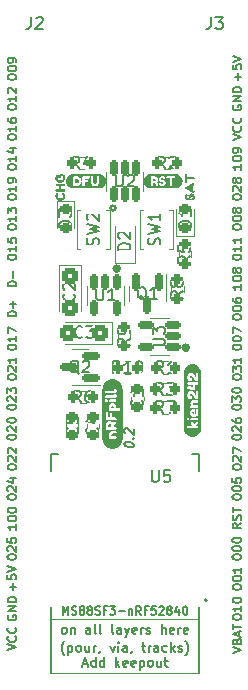
<source format=gbr>
G04 #@! TF.GenerationSoftware,KiCad,Pcbnew,(6.0.7)*
G04 #@! TF.CreationDate,2022-08-27T01:23:02+07:00*
G04 #@! TF.ProjectId,nRFpill,6e524670-696c-46c2-9e6b-696361645f70,rev?*
G04 #@! TF.SameCoordinates,Original*
G04 #@! TF.FileFunction,Legend,Top*
G04 #@! TF.FilePolarity,Positive*
%FSLAX46Y46*%
G04 Gerber Fmt 4.6, Leading zero omitted, Abs format (unit mm)*
G04 Created by KiCad (PCBNEW (6.0.7)) date 2022-08-27 01:23:02*
%MOMM*%
%LPD*%
G01*
G04 APERTURE LIST*
G04 Aperture macros list*
%AMRoundRect*
0 Rectangle with rounded corners*
0 $1 Rounding radius*
0 $2 $3 $4 $5 $6 $7 $8 $9 X,Y pos of 4 corners*
0 Add a 4 corners polygon primitive as box body*
4,1,4,$2,$3,$4,$5,$6,$7,$8,$9,$2,$3,0*
0 Add four circle primitives for the rounded corners*
1,1,$1+$1,$2,$3*
1,1,$1+$1,$4,$5*
1,1,$1+$1,$6,$7*
1,1,$1+$1,$8,$9*
0 Add four rect primitives between the rounded corners*
20,1,$1+$1,$2,$3,$4,$5,0*
20,1,$1+$1,$4,$5,$6,$7,0*
20,1,$1+$1,$6,$7,$8,$9,0*
20,1,$1+$1,$8,$9,$2,$3,0*%
G04 Aperture macros list end*
%ADD10C,0.187500*%
%ADD11C,0.200000*%
%ADD12C,0.150000*%
%ADD13C,0.120000*%
%ADD14C,0.250000*%
%ADD15C,0.300000*%
%ADD16C,0.127000*%
%ADD17RoundRect,0.225000X-0.250000X0.225000X-0.250000X-0.225000X0.250000X-0.225000X0.250000X0.225000X0*%
%ADD18RoundRect,0.200000X0.200000X0.275000X-0.200000X0.275000X-0.200000X-0.275000X0.200000X-0.275000X0*%
%ADD19RoundRect,0.225000X0.250000X-0.225000X0.250000X0.225000X-0.250000X0.225000X-0.250000X-0.225000X0*%
%ADD20C,1.700000*%
%ADD21R,1.700000X1.671000*%
%ADD22RoundRect,0.200000X-0.275000X0.200000X-0.275000X-0.200000X0.275000X-0.200000X0.275000X0.200000X0*%
%ADD23RoundRect,0.250000X-0.425000X0.450000X-0.425000X-0.450000X0.425000X-0.450000X0.425000X0.450000X0*%
%ADD24R,1.000000X1.000000*%
%ADD25RoundRect,0.150000X0.150000X-0.512500X0.150000X0.512500X-0.150000X0.512500X-0.150000X-0.512500X0*%
%ADD26RoundRect,0.200000X-0.200000X-0.275000X0.200000X-0.275000X0.200000X0.275000X-0.200000X0.275000X0*%
%ADD27R,0.600000X0.800000*%
%ADD28R,0.300000X0.800000*%
%ADD29O,1.000000X1.800000*%
%ADD30O,1.000000X2.200000*%
%ADD31RoundRect,0.150000X-0.150000X0.512500X-0.150000X-0.512500X0.150000X-0.512500X0.150000X0.512500X0*%
%ADD32RoundRect,0.150000X0.587500X0.150000X-0.587500X0.150000X-0.587500X-0.150000X0.587500X-0.150000X0*%
%ADD33RoundRect,0.200000X0.275000X-0.200000X0.275000X0.200000X-0.275000X0.200000X-0.275000X-0.200000X0*%
%ADD34RoundRect,0.150000X-0.150000X0.587500X-0.150000X-0.587500X0.150000X-0.587500X0.150000X0.587500X0*%
%ADD35RoundRect,0.250000X0.450000X0.425000X-0.450000X0.425000X-0.450000X-0.425000X0.450000X-0.425000X0*%
%ADD36R,1.100000X0.350000*%
%ADD37R,0.350000X1.100000*%
%ADD38R,1.300000X1.800000*%
%ADD39RoundRect,0.218750X-0.256250X0.218750X-0.256250X-0.218750X0.256250X-0.218750X0.256250X0.218750X0*%
%ADD40RoundRect,0.150000X0.512500X0.150000X-0.512500X0.150000X-0.512500X-0.150000X0.512500X-0.150000X0*%
%ADD41RoundRect,0.218750X0.256250X-0.218750X0.256250X0.218750X-0.256250X0.218750X-0.256250X-0.218750X0*%
G04 APERTURE END LIST*
D10*
X85314285Y-38863200D02*
X85314285Y-38791771D01*
X85350000Y-38720342D01*
X85385714Y-38684628D01*
X85457142Y-38648914D01*
X85600000Y-38613200D01*
X85778571Y-38613200D01*
X85921428Y-38648914D01*
X85992857Y-38684628D01*
X86028571Y-38720342D01*
X86064285Y-38791771D01*
X86064285Y-38863200D01*
X86028571Y-38934628D01*
X85992857Y-38970342D01*
X85921428Y-39006057D01*
X85778571Y-39041771D01*
X85600000Y-39041771D01*
X85457142Y-39006057D01*
X85385714Y-38970342D01*
X85350000Y-38934628D01*
X85314285Y-38863200D01*
X85314285Y-38148914D02*
X85314285Y-38077485D01*
X85350000Y-38006057D01*
X85385714Y-37970342D01*
X85457142Y-37934628D01*
X85600000Y-37898914D01*
X85778571Y-37898914D01*
X85921428Y-37934628D01*
X85992857Y-37970342D01*
X86028571Y-38006057D01*
X86064285Y-38077485D01*
X86064285Y-38148914D01*
X86028571Y-38220342D01*
X85992857Y-38256057D01*
X85921428Y-38291771D01*
X85778571Y-38327485D01*
X85600000Y-38327485D01*
X85457142Y-38291771D01*
X85385714Y-38256057D01*
X85350000Y-38220342D01*
X85314285Y-38148914D01*
X85635714Y-37470342D02*
X85600000Y-37541771D01*
X85564285Y-37577485D01*
X85492857Y-37613200D01*
X85457142Y-37613200D01*
X85385714Y-37577485D01*
X85350000Y-37541771D01*
X85314285Y-37470342D01*
X85314285Y-37327485D01*
X85350000Y-37256057D01*
X85385714Y-37220342D01*
X85457142Y-37184628D01*
X85492857Y-37184628D01*
X85564285Y-37220342D01*
X85600000Y-37256057D01*
X85635714Y-37327485D01*
X85635714Y-37470342D01*
X85671428Y-37541771D01*
X85707142Y-37577485D01*
X85778571Y-37613200D01*
X85921428Y-37613200D01*
X85992857Y-37577485D01*
X86028571Y-37541771D01*
X86064285Y-37470342D01*
X86064285Y-37327485D01*
X86028571Y-37256057D01*
X85992857Y-37220342D01*
X85921428Y-37184628D01*
X85778571Y-37184628D01*
X85707142Y-37220342D01*
X85671428Y-37256057D01*
X85635714Y-37327485D01*
X67014285Y-64013200D02*
X67014285Y-64441771D01*
X67014285Y-64227485D02*
X66264285Y-64227485D01*
X66371428Y-64298914D01*
X66442857Y-64370342D01*
X66478571Y-64441771D01*
X66264285Y-63548914D02*
X66264285Y-63477485D01*
X66300000Y-63406057D01*
X66335714Y-63370342D01*
X66407142Y-63334628D01*
X66550000Y-63298914D01*
X66728571Y-63298914D01*
X66871428Y-63334628D01*
X66942857Y-63370342D01*
X66978571Y-63406057D01*
X67014285Y-63477485D01*
X67014285Y-63548914D01*
X66978571Y-63620342D01*
X66942857Y-63656057D01*
X66871428Y-63691771D01*
X66728571Y-63727485D01*
X66550000Y-63727485D01*
X66407142Y-63691771D01*
X66335714Y-63656057D01*
X66300000Y-63620342D01*
X66264285Y-63548914D01*
X66264285Y-62834628D02*
X66264285Y-62763200D01*
X66300000Y-62691771D01*
X66335714Y-62656057D01*
X66407142Y-62620342D01*
X66550000Y-62584628D01*
X66728571Y-62584628D01*
X66871428Y-62620342D01*
X66942857Y-62656057D01*
X66978571Y-62691771D01*
X67014285Y-62763200D01*
X67014285Y-62834628D01*
X66978571Y-62906057D01*
X66942857Y-62941771D01*
X66871428Y-62977485D01*
X66728571Y-63013200D01*
X66550000Y-63013200D01*
X66407142Y-62977485D01*
X66335714Y-62941771D01*
X66300000Y-62906057D01*
X66264285Y-62834628D01*
X85314285Y-46483200D02*
X85314285Y-46411771D01*
X85350000Y-46340342D01*
X85385714Y-46304628D01*
X85457142Y-46268914D01*
X85600000Y-46233200D01*
X85778571Y-46233200D01*
X85921428Y-46268914D01*
X85992857Y-46304628D01*
X86028571Y-46340342D01*
X86064285Y-46411771D01*
X86064285Y-46483200D01*
X86028571Y-46554628D01*
X85992857Y-46590342D01*
X85921428Y-46626057D01*
X85778571Y-46661771D01*
X85600000Y-46661771D01*
X85457142Y-46626057D01*
X85385714Y-46590342D01*
X85350000Y-46554628D01*
X85314285Y-46483200D01*
X85314285Y-45768914D02*
X85314285Y-45697485D01*
X85350000Y-45626057D01*
X85385714Y-45590342D01*
X85457142Y-45554628D01*
X85600000Y-45518914D01*
X85778571Y-45518914D01*
X85921428Y-45554628D01*
X85992857Y-45590342D01*
X86028571Y-45626057D01*
X86064285Y-45697485D01*
X86064285Y-45768914D01*
X86028571Y-45840342D01*
X85992857Y-45876057D01*
X85921428Y-45911771D01*
X85778571Y-45947485D01*
X85600000Y-45947485D01*
X85457142Y-45911771D01*
X85385714Y-45876057D01*
X85350000Y-45840342D01*
X85314285Y-45768914D01*
X85314285Y-44876057D02*
X85314285Y-45018914D01*
X85350000Y-45090342D01*
X85385714Y-45126057D01*
X85492857Y-45197485D01*
X85635714Y-45233200D01*
X85921428Y-45233200D01*
X85992857Y-45197485D01*
X86028571Y-45161771D01*
X86064285Y-45090342D01*
X86064285Y-44947485D01*
X86028571Y-44876057D01*
X85992857Y-44840342D01*
X85921428Y-44804628D01*
X85742857Y-44804628D01*
X85671428Y-44840342D01*
X85635714Y-44876057D01*
X85600000Y-44947485D01*
X85600000Y-45090342D01*
X85635714Y-45161771D01*
X85671428Y-45197485D01*
X85742857Y-45233200D01*
X66264285Y-31243200D02*
X66264285Y-31171771D01*
X66300000Y-31100342D01*
X66335714Y-31064628D01*
X66407142Y-31028914D01*
X66550000Y-30993200D01*
X66728571Y-30993200D01*
X66871428Y-31028914D01*
X66942857Y-31064628D01*
X66978571Y-31100342D01*
X67014285Y-31171771D01*
X67014285Y-31243200D01*
X66978571Y-31314628D01*
X66942857Y-31350342D01*
X66871428Y-31386057D01*
X66728571Y-31421771D01*
X66550000Y-31421771D01*
X66407142Y-31386057D01*
X66335714Y-31350342D01*
X66300000Y-31314628D01*
X66264285Y-31243200D01*
X67014285Y-30278914D02*
X67014285Y-30707485D01*
X67014285Y-30493200D02*
X66264285Y-30493200D01*
X66371428Y-30564628D01*
X66442857Y-30636057D01*
X66478571Y-30707485D01*
X66264285Y-29636057D02*
X66264285Y-29778914D01*
X66300000Y-29850342D01*
X66335714Y-29886057D01*
X66442857Y-29957485D01*
X66585714Y-29993200D01*
X66871428Y-29993200D01*
X66942857Y-29957485D01*
X66978571Y-29921771D01*
X67014285Y-29850342D01*
X67014285Y-29707485D01*
X66978571Y-29636057D01*
X66942857Y-29600342D01*
X66871428Y-29564628D01*
X66692857Y-29564628D01*
X66621428Y-29600342D01*
X66585714Y-29636057D01*
X66550000Y-29707485D01*
X66550000Y-29850342D01*
X66585714Y-29921771D01*
X66621428Y-29957485D01*
X66692857Y-29993200D01*
X86064285Y-63923914D02*
X85707142Y-64173914D01*
X86064285Y-64352485D02*
X85314285Y-64352485D01*
X85314285Y-64066771D01*
X85350000Y-63995342D01*
X85385714Y-63959628D01*
X85457142Y-63923914D01*
X85564285Y-63923914D01*
X85635714Y-63959628D01*
X85671428Y-63995342D01*
X85707142Y-64066771D01*
X85707142Y-64352485D01*
X86028571Y-63638200D02*
X86064285Y-63531057D01*
X86064285Y-63352485D01*
X86028571Y-63281057D01*
X85992857Y-63245342D01*
X85921428Y-63209628D01*
X85850000Y-63209628D01*
X85778571Y-63245342D01*
X85742857Y-63281057D01*
X85707142Y-63352485D01*
X85671428Y-63495342D01*
X85635714Y-63566771D01*
X85600000Y-63602485D01*
X85528571Y-63638200D01*
X85457142Y-63638200D01*
X85385714Y-63602485D01*
X85350000Y-63566771D01*
X85314285Y-63495342D01*
X85314285Y-63316771D01*
X85350000Y-63209628D01*
X85314285Y-62995342D02*
X85314285Y-62566771D01*
X86064285Y-62781057D02*
X85314285Y-62781057D01*
D11*
X76151904Y-57235261D02*
X76151904Y-57159071D01*
X76190000Y-57087642D01*
X76228095Y-57054309D01*
X76304285Y-57025738D01*
X76456666Y-57006690D01*
X76647142Y-57030500D01*
X76799523Y-57087642D01*
X76875714Y-57135261D01*
X76913809Y-57178119D01*
X76951904Y-57259071D01*
X76951904Y-57335261D01*
X76913809Y-57406690D01*
X76875714Y-57440023D01*
X76799523Y-57468595D01*
X76647142Y-57487642D01*
X76456666Y-57463833D01*
X76304285Y-57406690D01*
X76228095Y-57359071D01*
X76190000Y-57316214D01*
X76151904Y-57235261D01*
X76875714Y-56716214D02*
X76913809Y-56682880D01*
X76951904Y-56725738D01*
X76913809Y-56759071D01*
X76875714Y-56716214D01*
X76951904Y-56725738D01*
X76228095Y-56292404D02*
X76190000Y-56249547D01*
X76151904Y-56168595D01*
X76151904Y-55978119D01*
X76190000Y-55906690D01*
X76228095Y-55873357D01*
X76304285Y-55844785D01*
X76380476Y-55854309D01*
X76494761Y-55906690D01*
X76951904Y-56420976D01*
X76951904Y-55925738D01*
D10*
X66256487Y-61724229D02*
X66256487Y-61652800D01*
X66292202Y-61581371D01*
X66327916Y-61545657D01*
X66399344Y-61509943D01*
X66542202Y-61474229D01*
X66720773Y-61474229D01*
X66863630Y-61509943D01*
X66935059Y-61545657D01*
X66970773Y-61581371D01*
X67006487Y-61652800D01*
X67006487Y-61724229D01*
X66970773Y-61795657D01*
X66935059Y-61831371D01*
X66863630Y-61867086D01*
X66720773Y-61902800D01*
X66542202Y-61902800D01*
X66399344Y-61867086D01*
X66327916Y-61831371D01*
X66292202Y-61795657D01*
X66256487Y-61724229D01*
X66327916Y-61188514D02*
X66292202Y-61152800D01*
X66256487Y-61081371D01*
X66256487Y-60902800D01*
X66292202Y-60831371D01*
X66327916Y-60795657D01*
X66399344Y-60759943D01*
X66470773Y-60759943D01*
X66577916Y-60795657D01*
X67006487Y-61224229D01*
X67006487Y-60759943D01*
X66506487Y-60117086D02*
X67006487Y-60117086D01*
X66220773Y-60295657D02*
X66756487Y-60474229D01*
X66756487Y-60009943D01*
X66252588Y-56651214D02*
X66252588Y-56579785D01*
X66288303Y-56508356D01*
X66324017Y-56472642D01*
X66395445Y-56436928D01*
X66538303Y-56401214D01*
X66716874Y-56401214D01*
X66859731Y-56436928D01*
X66931160Y-56472642D01*
X66966874Y-56508356D01*
X67002588Y-56579785D01*
X67002588Y-56651214D01*
X66966874Y-56722642D01*
X66931160Y-56758356D01*
X66859731Y-56794071D01*
X66716874Y-56829785D01*
X66538303Y-56829785D01*
X66395445Y-56794071D01*
X66324017Y-56758356D01*
X66288303Y-56722642D01*
X66252588Y-56651214D01*
X66324017Y-56115499D02*
X66288303Y-56079785D01*
X66252588Y-56008356D01*
X66252588Y-55829785D01*
X66288303Y-55758356D01*
X66324017Y-55722642D01*
X66395445Y-55686928D01*
X66466874Y-55686928D01*
X66574017Y-55722642D01*
X67002588Y-56151214D01*
X67002588Y-55686928D01*
X66252588Y-55222642D02*
X66252588Y-55151214D01*
X66288303Y-55079785D01*
X66324017Y-55044071D01*
X66395445Y-55008356D01*
X66538303Y-54972642D01*
X66716874Y-54972642D01*
X66859731Y-55008356D01*
X66931160Y-55044071D01*
X66966874Y-55079785D01*
X67002588Y-55151214D01*
X67002588Y-55222642D01*
X66966874Y-55294071D01*
X66931160Y-55329785D01*
X66859731Y-55365499D01*
X66716874Y-55401214D01*
X66538303Y-55401214D01*
X66395445Y-55365499D01*
X66324017Y-55329785D01*
X66288303Y-55294071D01*
X66252588Y-55222642D01*
X85314285Y-74905342D02*
X86064285Y-74655342D01*
X85314285Y-74405342D01*
X85671428Y-73905342D02*
X85707142Y-73798200D01*
X85742857Y-73762485D01*
X85814285Y-73726771D01*
X85921428Y-73726771D01*
X85992857Y-73762485D01*
X86028571Y-73798200D01*
X86064285Y-73869628D01*
X86064285Y-74155342D01*
X85314285Y-74155342D01*
X85314285Y-73905342D01*
X85350000Y-73833914D01*
X85385714Y-73798200D01*
X85457142Y-73762485D01*
X85528571Y-73762485D01*
X85600000Y-73798200D01*
X85635714Y-73833914D01*
X85671428Y-73905342D01*
X85671428Y-74155342D01*
X85850000Y-73441057D02*
X85850000Y-73083914D01*
X86064285Y-73512485D02*
X85314285Y-73262485D01*
X86064285Y-73012485D01*
X85314285Y-72869628D02*
X85314285Y-72441057D01*
X86064285Y-72655342D02*
X85314285Y-72655342D01*
X85306487Y-61724229D02*
X85306487Y-61652800D01*
X85342202Y-61581371D01*
X85377916Y-61545657D01*
X85449344Y-61509943D01*
X85592202Y-61474229D01*
X85770773Y-61474229D01*
X85913630Y-61509943D01*
X85985059Y-61545657D01*
X86020773Y-61581371D01*
X86056487Y-61652800D01*
X86056487Y-61724229D01*
X86020773Y-61795657D01*
X85985059Y-61831371D01*
X85913630Y-61867086D01*
X85770773Y-61902800D01*
X85592202Y-61902800D01*
X85449344Y-61867086D01*
X85377916Y-61831371D01*
X85342202Y-61795657D01*
X85306487Y-61724229D01*
X85306487Y-61009943D02*
X85306487Y-60938514D01*
X85342202Y-60867086D01*
X85377916Y-60831371D01*
X85449344Y-60795657D01*
X85592202Y-60759943D01*
X85770773Y-60759943D01*
X85913630Y-60795657D01*
X85985059Y-60831371D01*
X86020773Y-60867086D01*
X86056487Y-60938514D01*
X86056487Y-61009943D01*
X86020773Y-61081371D01*
X85985059Y-61117086D01*
X85913630Y-61152800D01*
X85770773Y-61188514D01*
X85592202Y-61188514D01*
X85449344Y-61152800D01*
X85377916Y-61117086D01*
X85342202Y-61081371D01*
X85306487Y-61009943D01*
X85306487Y-60081371D02*
X85306487Y-60438514D01*
X85663630Y-60474229D01*
X85627916Y-60438514D01*
X85592202Y-60367086D01*
X85592202Y-60188514D01*
X85627916Y-60117086D01*
X85663630Y-60081371D01*
X85735059Y-60045657D01*
X85913630Y-60045657D01*
X85985059Y-60081371D01*
X86020773Y-60117086D01*
X86056487Y-60188514D01*
X86056487Y-60367086D01*
X86020773Y-60438514D01*
X85985059Y-60474229D01*
X85778571Y-26377485D02*
X85778571Y-25806057D01*
X86064285Y-26091771D02*
X85492857Y-26091771D01*
X85314285Y-25091771D02*
X85314285Y-25448914D01*
X85671428Y-25484628D01*
X85635714Y-25448914D01*
X85600000Y-25377485D01*
X85600000Y-25198914D01*
X85635714Y-25127485D01*
X85671428Y-25091771D01*
X85742857Y-25056057D01*
X85921428Y-25056057D01*
X85992857Y-25091771D01*
X86028571Y-25127485D01*
X86064285Y-25198914D01*
X86064285Y-25377485D01*
X86028571Y-25448914D01*
X85992857Y-25484628D01*
X85314285Y-24841771D02*
X86064285Y-24591771D01*
X85314285Y-24341771D01*
X85302588Y-54113055D02*
X85302588Y-54041626D01*
X85338303Y-53970197D01*
X85374017Y-53934483D01*
X85445445Y-53898769D01*
X85588303Y-53863055D01*
X85766874Y-53863055D01*
X85909731Y-53898769D01*
X85981160Y-53934483D01*
X86016874Y-53970197D01*
X86052588Y-54041626D01*
X86052588Y-54113055D01*
X86016874Y-54184483D01*
X85981160Y-54220197D01*
X85909731Y-54255912D01*
X85766874Y-54291626D01*
X85588303Y-54291626D01*
X85445445Y-54255912D01*
X85374017Y-54220197D01*
X85338303Y-54184483D01*
X85302588Y-54113055D01*
X85302588Y-53613055D02*
X85302588Y-53148769D01*
X85588303Y-53398769D01*
X85588303Y-53291626D01*
X85624017Y-53220197D01*
X85659731Y-53184483D01*
X85731160Y-53148769D01*
X85909731Y-53148769D01*
X85981160Y-53184483D01*
X86016874Y-53220197D01*
X86052588Y-53291626D01*
X86052588Y-53505912D01*
X86016874Y-53577340D01*
X85981160Y-53613055D01*
X85302588Y-52684483D02*
X85302588Y-52613055D01*
X85338303Y-52541626D01*
X85374017Y-52505912D01*
X85445445Y-52470197D01*
X85588303Y-52434483D01*
X85766874Y-52434483D01*
X85909731Y-52470197D01*
X85981160Y-52505912D01*
X86016874Y-52541626D01*
X86052588Y-52613055D01*
X86052588Y-52684483D01*
X86016874Y-52755912D01*
X85981160Y-52791626D01*
X85909731Y-52827340D01*
X85766874Y-52863055D01*
X85588303Y-52863055D01*
X85445445Y-52827340D01*
X85374017Y-52791626D01*
X85338303Y-52755912D01*
X85302588Y-52684483D01*
X86064285Y-33533200D02*
X86064285Y-33961771D01*
X86064285Y-33747485D02*
X85314285Y-33747485D01*
X85421428Y-33818914D01*
X85492857Y-33890342D01*
X85528571Y-33961771D01*
X85314285Y-33068914D02*
X85314285Y-32997485D01*
X85350000Y-32926057D01*
X85385714Y-32890342D01*
X85457142Y-32854628D01*
X85600000Y-32818914D01*
X85778571Y-32818914D01*
X85921428Y-32854628D01*
X85992857Y-32890342D01*
X86028571Y-32926057D01*
X86064285Y-32997485D01*
X86064285Y-33068914D01*
X86028571Y-33140342D01*
X85992857Y-33176057D01*
X85921428Y-33211771D01*
X85778571Y-33247485D01*
X85600000Y-33247485D01*
X85457142Y-33211771D01*
X85385714Y-33176057D01*
X85350000Y-33140342D01*
X85314285Y-33068914D01*
X86064285Y-32461771D02*
X86064285Y-32318914D01*
X86028571Y-32247485D01*
X85992857Y-32211771D01*
X85885714Y-32140342D01*
X85742857Y-32104628D01*
X85457142Y-32104628D01*
X85385714Y-32140342D01*
X85350000Y-32176057D01*
X85314285Y-32247485D01*
X85314285Y-32390342D01*
X85350000Y-32461771D01*
X85385714Y-32497485D01*
X85457142Y-32533200D01*
X85635714Y-32533200D01*
X85707142Y-32497485D01*
X85742857Y-32461771D01*
X85778571Y-32390342D01*
X85778571Y-32247485D01*
X85742857Y-32176057D01*
X85707142Y-32140342D01*
X85635714Y-32104628D01*
X66264285Y-33783200D02*
X66264285Y-33711771D01*
X66300000Y-33640342D01*
X66335714Y-33604628D01*
X66407142Y-33568914D01*
X66550000Y-33533200D01*
X66728571Y-33533200D01*
X66871428Y-33568914D01*
X66942857Y-33604628D01*
X66978571Y-33640342D01*
X67014285Y-33711771D01*
X67014285Y-33783200D01*
X66978571Y-33854628D01*
X66942857Y-33890342D01*
X66871428Y-33926057D01*
X66728571Y-33961771D01*
X66550000Y-33961771D01*
X66407142Y-33926057D01*
X66335714Y-33890342D01*
X66300000Y-33854628D01*
X66264285Y-33783200D01*
X67014285Y-32818914D02*
X67014285Y-33247485D01*
X67014285Y-33033200D02*
X66264285Y-33033200D01*
X66371428Y-33104628D01*
X66442857Y-33176057D01*
X66478571Y-33247485D01*
X66514285Y-32176057D02*
X67014285Y-32176057D01*
X66228571Y-32354628D02*
X66764285Y-32533200D01*
X66764285Y-32068914D01*
X66264285Y-36323200D02*
X66264285Y-36251771D01*
X66300000Y-36180342D01*
X66335714Y-36144628D01*
X66407142Y-36108914D01*
X66550000Y-36073200D01*
X66728571Y-36073200D01*
X66871428Y-36108914D01*
X66942857Y-36144628D01*
X66978571Y-36180342D01*
X67014285Y-36251771D01*
X67014285Y-36323200D01*
X66978571Y-36394628D01*
X66942857Y-36430342D01*
X66871428Y-36466057D01*
X66728571Y-36501771D01*
X66550000Y-36501771D01*
X66407142Y-36466057D01*
X66335714Y-36430342D01*
X66300000Y-36394628D01*
X66264285Y-36323200D01*
X67014285Y-35358914D02*
X67014285Y-35787485D01*
X67014285Y-35573200D02*
X66264285Y-35573200D01*
X66371428Y-35644628D01*
X66442857Y-35716057D01*
X66478571Y-35787485D01*
X67014285Y-35001771D02*
X67014285Y-34858914D01*
X66978571Y-34787485D01*
X66942857Y-34751771D01*
X66835714Y-34680342D01*
X66692857Y-34644628D01*
X66407142Y-34644628D01*
X66335714Y-34680342D01*
X66300000Y-34716057D01*
X66264285Y-34787485D01*
X66264285Y-34930342D01*
X66300000Y-35001771D01*
X66335714Y-35037485D01*
X66407142Y-35073200D01*
X66585714Y-35073200D01*
X66657142Y-35037485D01*
X66692857Y-35001771D01*
X66728571Y-34930342D01*
X66728571Y-34787485D01*
X66692857Y-34716057D01*
X66657142Y-34680342D01*
X66585714Y-34644628D01*
X66264285Y-51563200D02*
X66264285Y-51491771D01*
X66300000Y-51420342D01*
X66335714Y-51384628D01*
X66407142Y-51348914D01*
X66550000Y-51313200D01*
X66728571Y-51313200D01*
X66871428Y-51348914D01*
X66942857Y-51384628D01*
X66978571Y-51420342D01*
X67014285Y-51491771D01*
X67014285Y-51563200D01*
X66978571Y-51634628D01*
X66942857Y-51670342D01*
X66871428Y-51706057D01*
X66728571Y-51741771D01*
X66550000Y-51741771D01*
X66407142Y-51706057D01*
X66335714Y-51670342D01*
X66300000Y-51634628D01*
X66264285Y-51563200D01*
X66335714Y-51027485D02*
X66300000Y-50991771D01*
X66264285Y-50920342D01*
X66264285Y-50741771D01*
X66300000Y-50670342D01*
X66335714Y-50634628D01*
X66407142Y-50598914D01*
X66478571Y-50598914D01*
X66585714Y-50634628D01*
X67014285Y-51063200D01*
X67014285Y-50598914D01*
X67014285Y-49884628D02*
X67014285Y-50313200D01*
X67014285Y-50098914D02*
X66264285Y-50098914D01*
X66371428Y-50170342D01*
X66442857Y-50241771D01*
X66478571Y-50313200D01*
X67014285Y-43853914D02*
X66264285Y-43853914D01*
X66264285Y-43675342D01*
X66300000Y-43568200D01*
X66371428Y-43496771D01*
X66442857Y-43461057D01*
X66585714Y-43425342D01*
X66692857Y-43425342D01*
X66835714Y-43461057D01*
X66907142Y-43496771D01*
X66978571Y-43568200D01*
X67014285Y-43675342D01*
X67014285Y-43853914D01*
X66728571Y-43103914D02*
X66728571Y-42532485D01*
X85314285Y-71883200D02*
X85314285Y-71811771D01*
X85350000Y-71740342D01*
X85385714Y-71704628D01*
X85457142Y-71668914D01*
X85600000Y-71633200D01*
X85778571Y-71633200D01*
X85921428Y-71668914D01*
X85992857Y-71704628D01*
X86028571Y-71740342D01*
X86064285Y-71811771D01*
X86064285Y-71883200D01*
X86028571Y-71954628D01*
X85992857Y-71990342D01*
X85921428Y-72026057D01*
X85778571Y-72061771D01*
X85600000Y-72061771D01*
X85457142Y-72026057D01*
X85385714Y-71990342D01*
X85350000Y-71954628D01*
X85314285Y-71883200D01*
X86064285Y-70918914D02*
X86064285Y-71347485D01*
X86064285Y-71133200D02*
X85314285Y-71133200D01*
X85421428Y-71204628D01*
X85492857Y-71276057D01*
X85528571Y-71347485D01*
X85314285Y-70454628D02*
X85314285Y-70383200D01*
X85350000Y-70311771D01*
X85385714Y-70276057D01*
X85457142Y-70240342D01*
X85600000Y-70204628D01*
X85778571Y-70204628D01*
X85921428Y-70240342D01*
X85992857Y-70276057D01*
X86028571Y-70311771D01*
X86064285Y-70383200D01*
X86064285Y-70454628D01*
X86028571Y-70526057D01*
X85992857Y-70561771D01*
X85921428Y-70597485D01*
X85778571Y-70633200D01*
X85600000Y-70633200D01*
X85457142Y-70597485D01*
X85385714Y-70561771D01*
X85350000Y-70526057D01*
X85314285Y-70454628D01*
X66300000Y-71704628D02*
X66264285Y-71776057D01*
X66264285Y-71883200D01*
X66300000Y-71990342D01*
X66371428Y-72061771D01*
X66442857Y-72097485D01*
X66585714Y-72133200D01*
X66692857Y-72133200D01*
X66835714Y-72097485D01*
X66907142Y-72061771D01*
X66978571Y-71990342D01*
X67014285Y-71883200D01*
X67014285Y-71811771D01*
X66978571Y-71704628D01*
X66942857Y-71668914D01*
X66692857Y-71668914D01*
X66692857Y-71811771D01*
X67014285Y-71347485D02*
X66264285Y-71347485D01*
X67014285Y-70918914D01*
X66264285Y-70918914D01*
X67014285Y-70561771D02*
X66264285Y-70561771D01*
X66264285Y-70383200D01*
X66300000Y-70276057D01*
X66371428Y-70204628D01*
X66442857Y-70168914D01*
X66585714Y-70133200D01*
X66692857Y-70133200D01*
X66835714Y-70168914D01*
X66907142Y-70204628D01*
X66978571Y-70276057D01*
X67014285Y-70383200D01*
X67014285Y-70561771D01*
X66264285Y-59183200D02*
X66264285Y-59111771D01*
X66300000Y-59040342D01*
X66335714Y-59004628D01*
X66407142Y-58968914D01*
X66550000Y-58933200D01*
X66728571Y-58933200D01*
X66871428Y-58968914D01*
X66942857Y-59004628D01*
X66978571Y-59040342D01*
X67014285Y-59111771D01*
X67014285Y-59183200D01*
X66978571Y-59254628D01*
X66942857Y-59290342D01*
X66871428Y-59326057D01*
X66728571Y-59361771D01*
X66550000Y-59361771D01*
X66407142Y-59326057D01*
X66335714Y-59290342D01*
X66300000Y-59254628D01*
X66264285Y-59183200D01*
X66335714Y-58647485D02*
X66300000Y-58611771D01*
X66264285Y-58540342D01*
X66264285Y-58361771D01*
X66300000Y-58290342D01*
X66335714Y-58254628D01*
X66407142Y-58218914D01*
X66478571Y-58218914D01*
X66585714Y-58254628D01*
X67014285Y-58683200D01*
X67014285Y-58218914D01*
X66335714Y-57933200D02*
X66300000Y-57897485D01*
X66264285Y-57826057D01*
X66264285Y-57647485D01*
X66300000Y-57576057D01*
X66335714Y-57540342D01*
X66407142Y-57504628D01*
X66478571Y-57504628D01*
X66585714Y-57540342D01*
X67014285Y-57968914D01*
X67014285Y-57504628D01*
X85314285Y-59183200D02*
X85314285Y-59111771D01*
X85350000Y-59040342D01*
X85385714Y-59004628D01*
X85457142Y-58968914D01*
X85600000Y-58933200D01*
X85778571Y-58933200D01*
X85921428Y-58968914D01*
X85992857Y-59004628D01*
X86028571Y-59040342D01*
X86064285Y-59111771D01*
X86064285Y-59183200D01*
X86028571Y-59254628D01*
X85992857Y-59290342D01*
X85921428Y-59326057D01*
X85778571Y-59361771D01*
X85600000Y-59361771D01*
X85457142Y-59326057D01*
X85385714Y-59290342D01*
X85350000Y-59254628D01*
X85314285Y-59183200D01*
X85385714Y-58647485D02*
X85350000Y-58611771D01*
X85314285Y-58540342D01*
X85314285Y-58361771D01*
X85350000Y-58290342D01*
X85385714Y-58254628D01*
X85457142Y-58218914D01*
X85528571Y-58218914D01*
X85635714Y-58254628D01*
X86064285Y-58683200D01*
X86064285Y-58218914D01*
X85314285Y-57968914D02*
X85314285Y-57468914D01*
X86064285Y-57790342D01*
X85314285Y-31493200D02*
X86064285Y-31243200D01*
X85314285Y-30993200D01*
X85992857Y-30314628D02*
X86028571Y-30350342D01*
X86064285Y-30457485D01*
X86064285Y-30528914D01*
X86028571Y-30636057D01*
X85957142Y-30707485D01*
X85885714Y-30743200D01*
X85742857Y-30778914D01*
X85635714Y-30778914D01*
X85492857Y-30743200D01*
X85421428Y-30707485D01*
X85350000Y-30636057D01*
X85314285Y-30528914D01*
X85314285Y-30457485D01*
X85350000Y-30350342D01*
X85385714Y-30314628D01*
X85992857Y-29564628D02*
X86028571Y-29600342D01*
X86064285Y-29707485D01*
X86064285Y-29778914D01*
X86028571Y-29886057D01*
X85957142Y-29957485D01*
X85885714Y-29993200D01*
X85742857Y-30028914D01*
X85635714Y-30028914D01*
X85492857Y-29993200D01*
X85421428Y-29957485D01*
X85350000Y-29886057D01*
X85314285Y-29778914D01*
X85314285Y-29707485D01*
X85350000Y-29600342D01*
X85385714Y-29564628D01*
X85314284Y-49033354D02*
X85314284Y-48961925D01*
X85349999Y-48890496D01*
X85385713Y-48854782D01*
X85457141Y-48819068D01*
X85599999Y-48783354D01*
X85778570Y-48783354D01*
X85921427Y-48819068D01*
X85992856Y-48854782D01*
X86028570Y-48890496D01*
X86064284Y-48961925D01*
X86064284Y-49033354D01*
X86028570Y-49104782D01*
X85992856Y-49140496D01*
X85921427Y-49176211D01*
X85778570Y-49211925D01*
X85599999Y-49211925D01*
X85457141Y-49176211D01*
X85385713Y-49140496D01*
X85349999Y-49104782D01*
X85314284Y-49033354D01*
X85314284Y-48319068D02*
X85314284Y-48247639D01*
X85349999Y-48176211D01*
X85385713Y-48140496D01*
X85457141Y-48104782D01*
X85599999Y-48069068D01*
X85778570Y-48069068D01*
X85921427Y-48104782D01*
X85992856Y-48140496D01*
X86028570Y-48176211D01*
X86064284Y-48247639D01*
X86064284Y-48319068D01*
X86028570Y-48390496D01*
X85992856Y-48426211D01*
X85921427Y-48461925D01*
X85778570Y-48497639D01*
X85599999Y-48497639D01*
X85457141Y-48461925D01*
X85385713Y-48426211D01*
X85349999Y-48390496D01*
X85314284Y-48319068D01*
X85314284Y-47819068D02*
X85314284Y-47319068D01*
X86064284Y-47640496D01*
X66256487Y-74675258D02*
X67006487Y-74425258D01*
X66256487Y-74175258D01*
X66935059Y-73496686D02*
X66970773Y-73532400D01*
X67006487Y-73639543D01*
X67006487Y-73710972D01*
X66970773Y-73818115D01*
X66899344Y-73889543D01*
X66827916Y-73925258D01*
X66685059Y-73960972D01*
X66577916Y-73960972D01*
X66435059Y-73925258D01*
X66363630Y-73889543D01*
X66292202Y-73818115D01*
X66256487Y-73710972D01*
X66256487Y-73639543D01*
X66292202Y-73532400D01*
X66327916Y-73496686D01*
X66935059Y-72746686D02*
X66970773Y-72782400D01*
X67006487Y-72889543D01*
X67006487Y-72960972D01*
X66970773Y-73068115D01*
X66899344Y-73139543D01*
X66827916Y-73175258D01*
X66685059Y-73210972D01*
X66577916Y-73210972D01*
X66435059Y-73175258D01*
X66363630Y-73139543D01*
X66292202Y-73068115D01*
X66256487Y-72960972D01*
X66256487Y-72889543D01*
X66292202Y-72782400D01*
X66327916Y-72746686D01*
X85314285Y-36323200D02*
X85314285Y-36251771D01*
X85350000Y-36180342D01*
X85385714Y-36144628D01*
X85457142Y-36108914D01*
X85600000Y-36073200D01*
X85778571Y-36073200D01*
X85921428Y-36108914D01*
X85992857Y-36144628D01*
X86028571Y-36180342D01*
X86064285Y-36251771D01*
X86064285Y-36323200D01*
X86028571Y-36394628D01*
X85992857Y-36430342D01*
X85921428Y-36466057D01*
X85778571Y-36501771D01*
X85600000Y-36501771D01*
X85457142Y-36466057D01*
X85385714Y-36430342D01*
X85350000Y-36394628D01*
X85314285Y-36323200D01*
X85385714Y-35787485D02*
X85350000Y-35751771D01*
X85314285Y-35680342D01*
X85314285Y-35501771D01*
X85350000Y-35430342D01*
X85385714Y-35394628D01*
X85457142Y-35358914D01*
X85528571Y-35358914D01*
X85635714Y-35394628D01*
X86064285Y-35823200D01*
X86064285Y-35358914D01*
X85635714Y-34930342D02*
X85600000Y-35001771D01*
X85564285Y-35037485D01*
X85492857Y-35073200D01*
X85457142Y-35073200D01*
X85385714Y-35037485D01*
X85350000Y-35001771D01*
X85314285Y-34930342D01*
X85314285Y-34787485D01*
X85350000Y-34716057D01*
X85385714Y-34680342D01*
X85457142Y-34644628D01*
X85492857Y-34644628D01*
X85564285Y-34680342D01*
X85600000Y-34716057D01*
X85635714Y-34787485D01*
X85635714Y-34930342D01*
X85671428Y-35001771D01*
X85707142Y-35037485D01*
X85778571Y-35073200D01*
X85921428Y-35073200D01*
X85992857Y-35037485D01*
X86028571Y-35001771D01*
X86064285Y-34930342D01*
X86064285Y-34787485D01*
X86028571Y-34716057D01*
X85992857Y-34680342D01*
X85921428Y-34644628D01*
X85778571Y-34644628D01*
X85707142Y-34680342D01*
X85671428Y-34716057D01*
X85635714Y-34787485D01*
X85314285Y-51563200D02*
X85314285Y-51491771D01*
X85350000Y-51420342D01*
X85385714Y-51384628D01*
X85457142Y-51348914D01*
X85600000Y-51313200D01*
X85778571Y-51313200D01*
X85921428Y-51348914D01*
X85992857Y-51384628D01*
X86028571Y-51420342D01*
X86064285Y-51491771D01*
X86064285Y-51563200D01*
X86028571Y-51634628D01*
X85992857Y-51670342D01*
X85921428Y-51706057D01*
X85778571Y-51741771D01*
X85600000Y-51741771D01*
X85457142Y-51706057D01*
X85385714Y-51670342D01*
X85350000Y-51634628D01*
X85314285Y-51563200D01*
X85314285Y-51063200D02*
X85314285Y-50598914D01*
X85600000Y-50848914D01*
X85600000Y-50741771D01*
X85635714Y-50670342D01*
X85671428Y-50634628D01*
X85742857Y-50598914D01*
X85921428Y-50598914D01*
X85992857Y-50634628D01*
X86028571Y-50670342D01*
X86064285Y-50741771D01*
X86064285Y-50956057D01*
X86028571Y-51027485D01*
X85992857Y-51063200D01*
X86064285Y-49884628D02*
X86064285Y-50313200D01*
X86064285Y-50098914D02*
X85314285Y-50098914D01*
X85421428Y-50170342D01*
X85492857Y-50241771D01*
X85528571Y-50313200D01*
X85306487Y-66805258D02*
X85306487Y-66733829D01*
X85342202Y-66662400D01*
X85377916Y-66626686D01*
X85449344Y-66590972D01*
X85592202Y-66555258D01*
X85770773Y-66555258D01*
X85913630Y-66590972D01*
X85985059Y-66626686D01*
X86020773Y-66662400D01*
X86056487Y-66733829D01*
X86056487Y-66805258D01*
X86020773Y-66876686D01*
X85985059Y-66912400D01*
X85913630Y-66948115D01*
X85770773Y-66983829D01*
X85592202Y-66983829D01*
X85449344Y-66948115D01*
X85377916Y-66912400D01*
X85342202Y-66876686D01*
X85306487Y-66805258D01*
X85306487Y-66090972D02*
X85306487Y-66019543D01*
X85342202Y-65948115D01*
X85377916Y-65912400D01*
X85449344Y-65876686D01*
X85592202Y-65840972D01*
X85770773Y-65840972D01*
X85913630Y-65876686D01*
X85985059Y-65912400D01*
X86020773Y-65948115D01*
X86056487Y-66019543D01*
X86056487Y-66090972D01*
X86020773Y-66162400D01*
X85985059Y-66198115D01*
X85913630Y-66233829D01*
X85770773Y-66269543D01*
X85592202Y-66269543D01*
X85449344Y-66233829D01*
X85377916Y-66198115D01*
X85342202Y-66162400D01*
X85306487Y-66090972D01*
X85306487Y-65376686D02*
X85306487Y-65305258D01*
X85342202Y-65233829D01*
X85377916Y-65198115D01*
X85449344Y-65162400D01*
X85592202Y-65126686D01*
X85770773Y-65126686D01*
X85913630Y-65162400D01*
X85985059Y-65198115D01*
X86020773Y-65233829D01*
X86056487Y-65305258D01*
X86056487Y-65376686D01*
X86020773Y-65448115D01*
X85985059Y-65483829D01*
X85913630Y-65519543D01*
X85770773Y-65555258D01*
X85592202Y-65555258D01*
X85449344Y-65519543D01*
X85377916Y-65483829D01*
X85342202Y-65448115D01*
X85306487Y-65376686D01*
X86064285Y-43693200D02*
X86064285Y-44121771D01*
X86064285Y-43907485D02*
X85314285Y-43907485D01*
X85421428Y-43978914D01*
X85492857Y-44050342D01*
X85528571Y-44121771D01*
X85314285Y-43228914D02*
X85314285Y-43157485D01*
X85350000Y-43086057D01*
X85385714Y-43050342D01*
X85457142Y-43014628D01*
X85600000Y-42978914D01*
X85778571Y-42978914D01*
X85921428Y-43014628D01*
X85992857Y-43050342D01*
X86028571Y-43086057D01*
X86064285Y-43157485D01*
X86064285Y-43228914D01*
X86028571Y-43300342D01*
X85992857Y-43336057D01*
X85921428Y-43371771D01*
X85778571Y-43407485D01*
X85600000Y-43407485D01*
X85457142Y-43371771D01*
X85385714Y-43336057D01*
X85350000Y-43300342D01*
X85314285Y-43228914D01*
X85635714Y-42550342D02*
X85600000Y-42621771D01*
X85564285Y-42657485D01*
X85492857Y-42693200D01*
X85457142Y-42693200D01*
X85385714Y-42657485D01*
X85350000Y-42621771D01*
X85314285Y-42550342D01*
X85314285Y-42407485D01*
X85350000Y-42336057D01*
X85385714Y-42300342D01*
X85457142Y-42264628D01*
X85492857Y-42264628D01*
X85564285Y-42300342D01*
X85600000Y-42336057D01*
X85635714Y-42407485D01*
X85635714Y-42550342D01*
X85671428Y-42621771D01*
X85707142Y-42657485D01*
X85778571Y-42693200D01*
X85921428Y-42693200D01*
X85992857Y-42657485D01*
X86028571Y-42621771D01*
X86064285Y-42550342D01*
X86064285Y-42407485D01*
X86028571Y-42336057D01*
X85992857Y-42300342D01*
X85921428Y-42264628D01*
X85778571Y-42264628D01*
X85707142Y-42300342D01*
X85671428Y-42336057D01*
X85635714Y-42407485D01*
X66264285Y-26163200D02*
X66264285Y-26091771D01*
X66300000Y-26020342D01*
X66335714Y-25984628D01*
X66407142Y-25948914D01*
X66550000Y-25913200D01*
X66728571Y-25913200D01*
X66871428Y-25948914D01*
X66942857Y-25984628D01*
X66978571Y-26020342D01*
X67014285Y-26091771D01*
X67014285Y-26163200D01*
X66978571Y-26234628D01*
X66942857Y-26270342D01*
X66871428Y-26306057D01*
X66728571Y-26341771D01*
X66550000Y-26341771D01*
X66407142Y-26306057D01*
X66335714Y-26270342D01*
X66300000Y-26234628D01*
X66264285Y-26163200D01*
X66264285Y-25448914D02*
X66264285Y-25377485D01*
X66300000Y-25306057D01*
X66335714Y-25270342D01*
X66407142Y-25234628D01*
X66550000Y-25198914D01*
X66728571Y-25198914D01*
X66871428Y-25234628D01*
X66942857Y-25270342D01*
X66978571Y-25306057D01*
X67014285Y-25377485D01*
X67014285Y-25448914D01*
X66978571Y-25520342D01*
X66942857Y-25556057D01*
X66871428Y-25591771D01*
X66728571Y-25627485D01*
X66550000Y-25627485D01*
X66407142Y-25591771D01*
X66335714Y-25556057D01*
X66300000Y-25520342D01*
X66264285Y-25448914D01*
X67014285Y-24841771D02*
X67014285Y-24698914D01*
X66978571Y-24627485D01*
X66942857Y-24591771D01*
X66835714Y-24520342D01*
X66692857Y-24484628D01*
X66407142Y-24484628D01*
X66335714Y-24520342D01*
X66300000Y-24556057D01*
X66264285Y-24627485D01*
X66264285Y-24770342D01*
X66300000Y-24841771D01*
X66335714Y-24877485D01*
X66407142Y-24913200D01*
X66585714Y-24913200D01*
X66657142Y-24877485D01*
X66692857Y-24841771D01*
X66728571Y-24770342D01*
X66728571Y-24627485D01*
X66692857Y-24556057D01*
X66657142Y-24520342D01*
X66585714Y-24484628D01*
X66264285Y-28703200D02*
X66264285Y-28631771D01*
X66300000Y-28560342D01*
X66335714Y-28524628D01*
X66407142Y-28488914D01*
X66550000Y-28453200D01*
X66728571Y-28453200D01*
X66871428Y-28488914D01*
X66942857Y-28524628D01*
X66978571Y-28560342D01*
X67014285Y-28631771D01*
X67014285Y-28703200D01*
X66978571Y-28774628D01*
X66942857Y-28810342D01*
X66871428Y-28846057D01*
X66728571Y-28881771D01*
X66550000Y-28881771D01*
X66407142Y-28846057D01*
X66335714Y-28810342D01*
X66300000Y-28774628D01*
X66264285Y-28703200D01*
X67014285Y-27738914D02*
X67014285Y-28167485D01*
X67014285Y-27953200D02*
X66264285Y-27953200D01*
X66371428Y-28024628D01*
X66442857Y-28096057D01*
X66478571Y-28167485D01*
X66335714Y-27453200D02*
X66300000Y-27417485D01*
X66264285Y-27346057D01*
X66264285Y-27167485D01*
X66300000Y-27096057D01*
X66335714Y-27060342D01*
X66407142Y-27024628D01*
X66478571Y-27024628D01*
X66585714Y-27060342D01*
X67014285Y-27488914D01*
X67014285Y-27024628D01*
X66256487Y-66805258D02*
X66256487Y-66733829D01*
X66292202Y-66662400D01*
X66327916Y-66626686D01*
X66399344Y-66590972D01*
X66542202Y-66555258D01*
X66720773Y-66555258D01*
X66863630Y-66590972D01*
X66935059Y-66626686D01*
X66970773Y-66662400D01*
X67006487Y-66733829D01*
X67006487Y-66805258D01*
X66970773Y-66876686D01*
X66935059Y-66912400D01*
X66863630Y-66948115D01*
X66720773Y-66983829D01*
X66542202Y-66983829D01*
X66399344Y-66948115D01*
X66327916Y-66912400D01*
X66292202Y-66876686D01*
X66256487Y-66805258D01*
X66327916Y-66269543D02*
X66292202Y-66233829D01*
X66256487Y-66162400D01*
X66256487Y-65983829D01*
X66292202Y-65912400D01*
X66327916Y-65876686D01*
X66399344Y-65840972D01*
X66470773Y-65840972D01*
X66577916Y-65876686D01*
X67006487Y-66305258D01*
X67006487Y-65840972D01*
X66256487Y-65162400D02*
X66256487Y-65519543D01*
X66613630Y-65555258D01*
X66577916Y-65519543D01*
X66542202Y-65448115D01*
X66542202Y-65269543D01*
X66577916Y-65198115D01*
X66613630Y-65162400D01*
X66685059Y-65126686D01*
X66863630Y-65126686D01*
X66935059Y-65162400D01*
X66970773Y-65198115D01*
X67006487Y-65269543D01*
X67006487Y-65448115D01*
X66970773Y-65519543D01*
X66935059Y-65555258D01*
X66252588Y-54113055D02*
X66252588Y-54041626D01*
X66288303Y-53970197D01*
X66324017Y-53934483D01*
X66395445Y-53898769D01*
X66538303Y-53863055D01*
X66716874Y-53863055D01*
X66859731Y-53898769D01*
X66931160Y-53934483D01*
X66966874Y-53970197D01*
X67002588Y-54041626D01*
X67002588Y-54113055D01*
X66966874Y-54184483D01*
X66931160Y-54220197D01*
X66859731Y-54255912D01*
X66716874Y-54291626D01*
X66538303Y-54291626D01*
X66395445Y-54255912D01*
X66324017Y-54220197D01*
X66288303Y-54184483D01*
X66252588Y-54113055D01*
X66324017Y-53577340D02*
X66288303Y-53541626D01*
X66252588Y-53470197D01*
X66252588Y-53291626D01*
X66288303Y-53220197D01*
X66324017Y-53184483D01*
X66395445Y-53148769D01*
X66466874Y-53148769D01*
X66574017Y-53184483D01*
X67002588Y-53613055D01*
X67002588Y-53148769D01*
X66252588Y-52898769D02*
X66252588Y-52434483D01*
X66538303Y-52684483D01*
X66538303Y-52577340D01*
X66574017Y-52505912D01*
X66609731Y-52470197D01*
X66681160Y-52434483D01*
X66859731Y-52434483D01*
X66931160Y-52470197D01*
X66966874Y-52505912D01*
X67002588Y-52577340D01*
X67002588Y-52791626D01*
X66966874Y-52863055D01*
X66931160Y-52898769D01*
X66264285Y-38863200D02*
X66264285Y-38791771D01*
X66300000Y-38720342D01*
X66335714Y-38684628D01*
X66407142Y-38648914D01*
X66550000Y-38613200D01*
X66728571Y-38613200D01*
X66871428Y-38648914D01*
X66942857Y-38684628D01*
X66978571Y-38720342D01*
X67014285Y-38791771D01*
X67014285Y-38863200D01*
X66978571Y-38934628D01*
X66942857Y-38970342D01*
X66871428Y-39006057D01*
X66728571Y-39041771D01*
X66550000Y-39041771D01*
X66407142Y-39006057D01*
X66335714Y-38970342D01*
X66300000Y-38934628D01*
X66264285Y-38863200D01*
X67014285Y-37898914D02*
X67014285Y-38327485D01*
X67014285Y-38113200D02*
X66264285Y-38113200D01*
X66371428Y-38184628D01*
X66442857Y-38256057D01*
X66478571Y-38327485D01*
X66264285Y-37648914D02*
X66264285Y-37184628D01*
X66550000Y-37434628D01*
X66550000Y-37327485D01*
X66585714Y-37256057D01*
X66621428Y-37220342D01*
X66692857Y-37184628D01*
X66871428Y-37184628D01*
X66942857Y-37220342D01*
X66978571Y-37256057D01*
X67014285Y-37327485D01*
X67014285Y-37541771D01*
X66978571Y-37613200D01*
X66942857Y-37648914D01*
X66264284Y-49033354D02*
X66264284Y-48961925D01*
X66299999Y-48890496D01*
X66335713Y-48854782D01*
X66407141Y-48819068D01*
X66549999Y-48783354D01*
X66728570Y-48783354D01*
X66871427Y-48819068D01*
X66942856Y-48854782D01*
X66978570Y-48890496D01*
X67014284Y-48961925D01*
X67014284Y-49033354D01*
X66978570Y-49104782D01*
X66942856Y-49140496D01*
X66871427Y-49176211D01*
X66728570Y-49211925D01*
X66549999Y-49211925D01*
X66407141Y-49176211D01*
X66335713Y-49140496D01*
X66299999Y-49104782D01*
X66264284Y-49033354D01*
X67014284Y-48069068D02*
X67014284Y-48497639D01*
X67014284Y-48283354D02*
X66264284Y-48283354D01*
X66371427Y-48354782D01*
X66442856Y-48426211D01*
X66478570Y-48497639D01*
X66264284Y-47819068D02*
X66264284Y-47319068D01*
X67014284Y-47640496D01*
X85314284Y-41406585D02*
X85314284Y-41335156D01*
X85349999Y-41263727D01*
X85385713Y-41228013D01*
X85457141Y-41192299D01*
X85599999Y-41156585D01*
X85778570Y-41156585D01*
X85921427Y-41192299D01*
X85992856Y-41228013D01*
X86028570Y-41263727D01*
X86064284Y-41335156D01*
X86064284Y-41406585D01*
X86028570Y-41478013D01*
X85992856Y-41513727D01*
X85921427Y-41549442D01*
X85778570Y-41585156D01*
X85599999Y-41585156D01*
X85457141Y-41549442D01*
X85385713Y-41513727D01*
X85349999Y-41478013D01*
X85314284Y-41406585D01*
X86064284Y-40442299D02*
X86064284Y-40870870D01*
X86064284Y-40656585D02*
X85314284Y-40656585D01*
X85421427Y-40728013D01*
X85492856Y-40799442D01*
X85528570Y-40870870D01*
X86064284Y-39728013D02*
X86064284Y-40156585D01*
X86064284Y-39942299D02*
X85314284Y-39942299D01*
X85421427Y-40013727D01*
X85492856Y-40085156D01*
X85528570Y-40156585D01*
X66264284Y-41406585D02*
X66264284Y-41335156D01*
X66299999Y-41263727D01*
X66335713Y-41228013D01*
X66407141Y-41192299D01*
X66549999Y-41156585D01*
X66728570Y-41156585D01*
X66871427Y-41192299D01*
X66942856Y-41228013D01*
X66978570Y-41263727D01*
X67014284Y-41335156D01*
X67014284Y-41406585D01*
X66978570Y-41478013D01*
X66942856Y-41513727D01*
X66871427Y-41549442D01*
X66728570Y-41585156D01*
X66549999Y-41585156D01*
X66407141Y-41549442D01*
X66335713Y-41513727D01*
X66299999Y-41478013D01*
X66264284Y-41406585D01*
X67014284Y-40442299D02*
X67014284Y-40870870D01*
X67014284Y-40656585D02*
X66264284Y-40656585D01*
X66371427Y-40728013D01*
X66442856Y-40799442D01*
X66478570Y-40870870D01*
X66264284Y-39763727D02*
X66264284Y-40120870D01*
X66621427Y-40156585D01*
X66585713Y-40120870D01*
X66549999Y-40049442D01*
X66549999Y-39870870D01*
X66585713Y-39799442D01*
X66621427Y-39763727D01*
X66692856Y-39728013D01*
X66871427Y-39728013D01*
X66942856Y-39763727D01*
X66978570Y-39799442D01*
X67014284Y-39870870D01*
X67014284Y-40049442D01*
X66978570Y-40120870D01*
X66942856Y-40156585D01*
X85302588Y-56651214D02*
X85302588Y-56579785D01*
X85338303Y-56508356D01*
X85374017Y-56472642D01*
X85445445Y-56436928D01*
X85588303Y-56401214D01*
X85766874Y-56401214D01*
X85909731Y-56436928D01*
X85981160Y-56472642D01*
X86016874Y-56508356D01*
X86052588Y-56579785D01*
X86052588Y-56651214D01*
X86016874Y-56722642D01*
X85981160Y-56758356D01*
X85909731Y-56794071D01*
X85766874Y-56829785D01*
X85588303Y-56829785D01*
X85445445Y-56794071D01*
X85374017Y-56758356D01*
X85338303Y-56722642D01*
X85302588Y-56651214D01*
X85374017Y-56115499D02*
X85338303Y-56079785D01*
X85302588Y-56008356D01*
X85302588Y-55829785D01*
X85338303Y-55758356D01*
X85374017Y-55722642D01*
X85445445Y-55686928D01*
X85516874Y-55686928D01*
X85624017Y-55722642D01*
X86052588Y-56151214D01*
X86052588Y-55686928D01*
X85302588Y-55044071D02*
X85302588Y-55186928D01*
X85338303Y-55258356D01*
X85374017Y-55294071D01*
X85481160Y-55365499D01*
X85624017Y-55401214D01*
X85909731Y-55401214D01*
X85981160Y-55365499D01*
X86016874Y-55329785D01*
X86052588Y-55258356D01*
X86052588Y-55115499D01*
X86016874Y-55044071D01*
X85981160Y-55008356D01*
X85909731Y-54972642D01*
X85731160Y-54972642D01*
X85659731Y-55008356D01*
X85624017Y-55044071D01*
X85588303Y-55115499D01*
X85588303Y-55258356D01*
X85624017Y-55329785D01*
X85659731Y-55365499D01*
X85731160Y-55401214D01*
X85314285Y-69343200D02*
X85314285Y-69271771D01*
X85350000Y-69200342D01*
X85385714Y-69164628D01*
X85457142Y-69128914D01*
X85600000Y-69093200D01*
X85778571Y-69093200D01*
X85921428Y-69128914D01*
X85992857Y-69164628D01*
X86028571Y-69200342D01*
X86064285Y-69271771D01*
X86064285Y-69343200D01*
X86028571Y-69414628D01*
X85992857Y-69450342D01*
X85921428Y-69486057D01*
X85778571Y-69521771D01*
X85600000Y-69521771D01*
X85457142Y-69486057D01*
X85385714Y-69450342D01*
X85350000Y-69414628D01*
X85314285Y-69343200D01*
X85314285Y-68628914D02*
X85314285Y-68557485D01*
X85350000Y-68486057D01*
X85385714Y-68450342D01*
X85457142Y-68414628D01*
X85600000Y-68378914D01*
X85778571Y-68378914D01*
X85921428Y-68414628D01*
X85992857Y-68450342D01*
X86028571Y-68486057D01*
X86064285Y-68557485D01*
X86064285Y-68628914D01*
X86028571Y-68700342D01*
X85992857Y-68736057D01*
X85921428Y-68771771D01*
X85778571Y-68807485D01*
X85600000Y-68807485D01*
X85457142Y-68771771D01*
X85385714Y-68736057D01*
X85350000Y-68700342D01*
X85314285Y-68628914D01*
X86064285Y-67664628D02*
X86064285Y-68093200D01*
X86064285Y-67878914D02*
X85314285Y-67878914D01*
X85421428Y-67950342D01*
X85492857Y-68021771D01*
X85528571Y-68093200D01*
X66720773Y-69558514D02*
X66720773Y-68987086D01*
X67006487Y-69272800D02*
X66435059Y-69272800D01*
X66256487Y-68272800D02*
X66256487Y-68629943D01*
X66613630Y-68665657D01*
X66577916Y-68629943D01*
X66542202Y-68558514D01*
X66542202Y-68379943D01*
X66577916Y-68308514D01*
X66613630Y-68272800D01*
X66685059Y-68237086D01*
X66863630Y-68237086D01*
X66935059Y-68272800D01*
X66970773Y-68308514D01*
X67006487Y-68379943D01*
X67006487Y-68558514D01*
X66970773Y-68629943D01*
X66935059Y-68665657D01*
X66256487Y-68022800D02*
X67006487Y-67772800D01*
X66256487Y-67522800D01*
X85350000Y-28524628D02*
X85314285Y-28596057D01*
X85314285Y-28703200D01*
X85350000Y-28810342D01*
X85421428Y-28881771D01*
X85492857Y-28917485D01*
X85635714Y-28953200D01*
X85742857Y-28953200D01*
X85885714Y-28917485D01*
X85957142Y-28881771D01*
X86028571Y-28810342D01*
X86064285Y-28703200D01*
X86064285Y-28631771D01*
X86028571Y-28524628D01*
X85992857Y-28488914D01*
X85742857Y-28488914D01*
X85742857Y-28631771D01*
X86064285Y-28167485D02*
X85314285Y-28167485D01*
X86064285Y-27738914D01*
X85314285Y-27738914D01*
X86064285Y-27381771D02*
X85314285Y-27381771D01*
X85314285Y-27203200D01*
X85350000Y-27096057D01*
X85421428Y-27024628D01*
X85492857Y-26988914D01*
X85635714Y-26953200D01*
X85742857Y-26953200D01*
X85885714Y-26988914D01*
X85957142Y-27024628D01*
X86028571Y-27096057D01*
X86064285Y-27203200D01*
X86064285Y-27381771D01*
X67014285Y-46393914D02*
X66264285Y-46393914D01*
X66264285Y-46215342D01*
X66300000Y-46108200D01*
X66371428Y-46036771D01*
X66442857Y-46001057D01*
X66585714Y-45965342D01*
X66692857Y-45965342D01*
X66835714Y-46001057D01*
X66907142Y-46036771D01*
X66978571Y-46108200D01*
X67014285Y-46215342D01*
X67014285Y-46393914D01*
X66728571Y-45643914D02*
X66728571Y-45072485D01*
X67014285Y-45358200D02*
X66442857Y-45358200D01*
D12*
X77623942Y-53494466D02*
X77671561Y-53542085D01*
X77719180Y-53684942D01*
X77719180Y-53780180D01*
X77671561Y-53923038D01*
X77576323Y-54018276D01*
X77481085Y-54065895D01*
X77290609Y-54113514D01*
X77147752Y-54113514D01*
X76957276Y-54065895D01*
X76862038Y-54018276D01*
X76766800Y-53923038D01*
X76719180Y-53780180D01*
X76719180Y-53684942D01*
X76766800Y-53542085D01*
X76814419Y-53494466D01*
X77719180Y-52542085D02*
X77719180Y-53113514D01*
X77719180Y-52827800D02*
X76719180Y-52827800D01*
X76862038Y-52923038D01*
X76957276Y-53018276D01*
X77004895Y-53113514D01*
X72477333Y-53678580D02*
X72144000Y-53202390D01*
X71905904Y-53678580D02*
X71905904Y-52678580D01*
X72286857Y-52678580D01*
X72382095Y-52726200D01*
X72429714Y-52773819D01*
X72477333Y-52869057D01*
X72477333Y-53011914D01*
X72429714Y-53107152D01*
X72382095Y-53154771D01*
X72286857Y-53202390D01*
X71905904Y-53202390D01*
X73334476Y-52678580D02*
X73144000Y-52678580D01*
X73048761Y-52726200D01*
X73001142Y-52773819D01*
X72905904Y-52916676D01*
X72858285Y-53107152D01*
X72858285Y-53488104D01*
X72905904Y-53583342D01*
X72953523Y-53630961D01*
X73048761Y-53678580D01*
X73239238Y-53678580D01*
X73334476Y-53630961D01*
X73382095Y-53583342D01*
X73429714Y-53488104D01*
X73429714Y-53250009D01*
X73382095Y-53154771D01*
X73334476Y-53107152D01*
X73239238Y-53059533D01*
X73048761Y-53059533D01*
X72953523Y-53107152D01*
X72905904Y-53154771D01*
X72858285Y-53250009D01*
X72162942Y-55831266D02*
X72210561Y-55878885D01*
X72258180Y-56021742D01*
X72258180Y-56116980D01*
X72210561Y-56259838D01*
X72115323Y-56355076D01*
X72020085Y-56402695D01*
X71829609Y-56450314D01*
X71686752Y-56450314D01*
X71496276Y-56402695D01*
X71401038Y-56355076D01*
X71305800Y-56259838D01*
X71258180Y-56116980D01*
X71258180Y-56021742D01*
X71305800Y-55878885D01*
X71353419Y-55831266D01*
X71258180Y-54926504D02*
X71258180Y-55402695D01*
X71734371Y-55450314D01*
X71686752Y-55402695D01*
X71639133Y-55307457D01*
X71639133Y-55069361D01*
X71686752Y-54974123D01*
X71734371Y-54926504D01*
X71829609Y-54878885D01*
X72067704Y-54878885D01*
X72162942Y-54926504D01*
X72210561Y-54974123D01*
X72258180Y-55069361D01*
X72258180Y-55307457D01*
X72210561Y-55402695D01*
X72162942Y-55450314D01*
X83486666Y-21055580D02*
X83486666Y-21769866D01*
X83439047Y-21912723D01*
X83343809Y-22007961D01*
X83200952Y-22055580D01*
X83105714Y-22055580D01*
X83867619Y-21055580D02*
X84486666Y-21055580D01*
X84153333Y-21436533D01*
X84296190Y-21436533D01*
X84391428Y-21484152D01*
X84439047Y-21531771D01*
X84486666Y-21627009D01*
X84486666Y-21865104D01*
X84439047Y-21960342D01*
X84391428Y-22007961D01*
X84296190Y-22055580D01*
X84010476Y-22055580D01*
X83915238Y-22007961D01*
X83867619Y-21960342D01*
X79144761Y-40335533D02*
X79192380Y-40192676D01*
X79192380Y-39954580D01*
X79144761Y-39859342D01*
X79097142Y-39811723D01*
X79001904Y-39764104D01*
X78906666Y-39764104D01*
X78811428Y-39811723D01*
X78763809Y-39859342D01*
X78716190Y-39954580D01*
X78668571Y-40145057D01*
X78620952Y-40240295D01*
X78573333Y-40287914D01*
X78478095Y-40335533D01*
X78382857Y-40335533D01*
X78287619Y-40287914D01*
X78240000Y-40240295D01*
X78192380Y-40145057D01*
X78192380Y-39906961D01*
X78240000Y-39764104D01*
X78192380Y-39430771D02*
X79192380Y-39192676D01*
X78478095Y-39002200D01*
X79192380Y-38811723D01*
X78192380Y-38573628D01*
X79192380Y-37668866D02*
X79192380Y-38240295D01*
X79192380Y-37954580D02*
X78192380Y-37954580D01*
X78335238Y-38049819D01*
X78430476Y-38145057D01*
X78478095Y-38240295D01*
X79462333Y-51189380D02*
X79129000Y-50713190D01*
X78890904Y-51189380D02*
X78890904Y-50189380D01*
X79271857Y-50189380D01*
X79367095Y-50237000D01*
X79414714Y-50284619D01*
X79462333Y-50379857D01*
X79462333Y-50522714D01*
X79414714Y-50617952D01*
X79367095Y-50665571D01*
X79271857Y-50713190D01*
X78890904Y-50713190D01*
X80414714Y-51189380D02*
X79843285Y-51189380D01*
X80129000Y-51189380D02*
X80129000Y-50189380D01*
X80033761Y-50332238D01*
X79938523Y-50427476D01*
X79843285Y-50475095D01*
X76602380Y-48276666D02*
X76126190Y-48610000D01*
X76602380Y-48848095D02*
X75602380Y-48848095D01*
X75602380Y-48467142D01*
X75650000Y-48371904D01*
X75697619Y-48324285D01*
X75792857Y-48276666D01*
X75935714Y-48276666D01*
X76030952Y-48324285D01*
X76078571Y-48371904D01*
X76126190Y-48467142D01*
X76126190Y-48848095D01*
X76602380Y-47800476D02*
X76602380Y-47610000D01*
X76554761Y-47514761D01*
X76507142Y-47467142D01*
X76364285Y-47371904D01*
X76173809Y-47324285D01*
X75792857Y-47324285D01*
X75697619Y-47371904D01*
X75650000Y-47419523D01*
X75602380Y-47514761D01*
X75602380Y-47705238D01*
X75650000Y-47800476D01*
X75697619Y-47848095D01*
X75792857Y-47895714D01*
X76030952Y-47895714D01*
X76126190Y-47848095D01*
X76173809Y-47800476D01*
X76221428Y-47705238D01*
X76221428Y-47514761D01*
X76173809Y-47419523D01*
X76126190Y-47371904D01*
X76030952Y-47324285D01*
X73839342Y-55831266D02*
X73886961Y-55878885D01*
X73934580Y-56021742D01*
X73934580Y-56116980D01*
X73886961Y-56259838D01*
X73791723Y-56355076D01*
X73696485Y-56402695D01*
X73506009Y-56450314D01*
X73363152Y-56450314D01*
X73172676Y-56402695D01*
X73077438Y-56355076D01*
X72982200Y-56259838D01*
X72934580Y-56116980D01*
X72934580Y-56021742D01*
X72982200Y-55878885D01*
X73029819Y-55831266D01*
X73267914Y-54974123D02*
X73934580Y-54974123D01*
X72886961Y-55212219D02*
X73601247Y-55450314D01*
X73601247Y-54831266D01*
X71883542Y-44502866D02*
X71931161Y-44550485D01*
X71978780Y-44693342D01*
X71978780Y-44788580D01*
X71931161Y-44931438D01*
X71835923Y-45026676D01*
X71740685Y-45074295D01*
X71550209Y-45121914D01*
X71407352Y-45121914D01*
X71216876Y-45074295D01*
X71121638Y-45026676D01*
X71026400Y-44931438D01*
X70978780Y-44788580D01*
X70978780Y-44693342D01*
X71026400Y-44550485D01*
X71074019Y-44502866D01*
X71074019Y-44121914D02*
X71026400Y-44074295D01*
X70978780Y-43979057D01*
X70978780Y-43740961D01*
X71026400Y-43645723D01*
X71074019Y-43598104D01*
X71169257Y-43550485D01*
X71264495Y-43550485D01*
X71407352Y-43598104D01*
X71978780Y-44169533D01*
X71978780Y-43550485D01*
X76652380Y-40756295D02*
X75652380Y-40756295D01*
X75652380Y-40518200D01*
X75700000Y-40375342D01*
X75795238Y-40280104D01*
X75890476Y-40232485D01*
X76080952Y-40184866D01*
X76223809Y-40184866D01*
X76414285Y-40232485D01*
X76509523Y-40280104D01*
X76604761Y-40375342D01*
X76652380Y-40518200D01*
X76652380Y-40756295D01*
X75747619Y-39803914D02*
X75700000Y-39756295D01*
X75652380Y-39661057D01*
X75652380Y-39422961D01*
X75700000Y-39327723D01*
X75747619Y-39280104D01*
X75842857Y-39232485D01*
X75938095Y-39232485D01*
X76080952Y-39280104D01*
X76652380Y-39851533D01*
X76652380Y-39232485D01*
X75438095Y-34390580D02*
X75438095Y-35200104D01*
X75485714Y-35295342D01*
X75533333Y-35342961D01*
X75628571Y-35390580D01*
X75819047Y-35390580D01*
X75914285Y-35342961D01*
X75961904Y-35295342D01*
X76009523Y-35200104D01*
X76009523Y-34390580D01*
X76438095Y-34485819D02*
X76485714Y-34438200D01*
X76580952Y-34390580D01*
X76819047Y-34390580D01*
X76914285Y-34438200D01*
X76961904Y-34485819D01*
X77009523Y-34581057D01*
X77009523Y-34676295D01*
X76961904Y-34819152D01*
X76390476Y-35390580D01*
X77009523Y-35390580D01*
X68246666Y-21055580D02*
X68246666Y-21769866D01*
X68199047Y-21912723D01*
X68103809Y-22007961D01*
X67960952Y-22055580D01*
X67865714Y-22055580D01*
X68675238Y-21150819D02*
X68722857Y-21103200D01*
X68818095Y-21055580D01*
X69056190Y-21055580D01*
X69151428Y-21103200D01*
X69199047Y-21150819D01*
X69246666Y-21246057D01*
X69246666Y-21341295D01*
X69199047Y-21484152D01*
X68627619Y-22055580D01*
X69246666Y-22055580D01*
X73937761Y-40335533D02*
X73985380Y-40192676D01*
X73985380Y-39954580D01*
X73937761Y-39859342D01*
X73890142Y-39811723D01*
X73794904Y-39764104D01*
X73699666Y-39764104D01*
X73604428Y-39811723D01*
X73556809Y-39859342D01*
X73509190Y-39954580D01*
X73461571Y-40145057D01*
X73413952Y-40240295D01*
X73366333Y-40287914D01*
X73271095Y-40335533D01*
X73175857Y-40335533D01*
X73080619Y-40287914D01*
X73033000Y-40240295D01*
X72985380Y-40145057D01*
X72985380Y-39906961D01*
X73033000Y-39764104D01*
X72985380Y-39430771D02*
X73985380Y-39192676D01*
X73271095Y-39002200D01*
X73985380Y-38811723D01*
X72985380Y-38573628D01*
X73080619Y-38240295D02*
X73033000Y-38192676D01*
X72985380Y-38097438D01*
X72985380Y-37859342D01*
X73033000Y-37764104D01*
X73080619Y-37716485D01*
X73175857Y-37668866D01*
X73271095Y-37668866D01*
X73413952Y-37716485D01*
X73985380Y-38287914D01*
X73985380Y-37668866D01*
X79589333Y-33866580D02*
X79256000Y-33390390D01*
X79017904Y-33866580D02*
X79017904Y-32866580D01*
X79398857Y-32866580D01*
X79494095Y-32914200D01*
X79541714Y-32961819D01*
X79589333Y-33057057D01*
X79589333Y-33199914D01*
X79541714Y-33295152D01*
X79494095Y-33342771D01*
X79398857Y-33390390D01*
X79017904Y-33390390D01*
X79970285Y-32961819D02*
X80017904Y-32914200D01*
X80113142Y-32866580D01*
X80351238Y-32866580D01*
X80446476Y-32914200D01*
X80494095Y-32961819D01*
X80541714Y-33057057D01*
X80541714Y-33152295D01*
X80494095Y-33295152D01*
X79922666Y-33866580D01*
X80541714Y-33866580D01*
X72350333Y-33866580D02*
X72017000Y-33390390D01*
X71778904Y-33866580D02*
X71778904Y-32866580D01*
X72159857Y-32866580D01*
X72255095Y-32914200D01*
X72302714Y-32961819D01*
X72350333Y-33057057D01*
X72350333Y-33199914D01*
X72302714Y-33295152D01*
X72255095Y-33342771D01*
X72159857Y-33390390D01*
X71778904Y-33390390D01*
X73207476Y-33199914D02*
X73207476Y-33866580D01*
X72969380Y-32818961D02*
X72731285Y-33533247D01*
X73350333Y-33533247D01*
X73787095Y-44042580D02*
X73787095Y-44852104D01*
X73834714Y-44947342D01*
X73882333Y-44994961D01*
X73977571Y-45042580D01*
X74168047Y-45042580D01*
X74263285Y-44994961D01*
X74310904Y-44947342D01*
X74358523Y-44852104D01*
X74358523Y-44042580D01*
X75358523Y-45042580D02*
X74787095Y-45042580D01*
X75072809Y-45042580D02*
X75072809Y-44042580D01*
X74977571Y-44185438D01*
X74882333Y-44280676D01*
X74787095Y-44328295D01*
X72294761Y-51233819D02*
X72199523Y-51186200D01*
X72104285Y-51090961D01*
X71961428Y-50948104D01*
X71866190Y-50900485D01*
X71770952Y-50900485D01*
X71818571Y-51138580D02*
X71723333Y-51090961D01*
X71628095Y-50995723D01*
X71580476Y-50805247D01*
X71580476Y-50471914D01*
X71628095Y-50281438D01*
X71723333Y-50186200D01*
X71818571Y-50138580D01*
X72009047Y-50138580D01*
X72104285Y-50186200D01*
X72199523Y-50281438D01*
X72247142Y-50471914D01*
X72247142Y-50805247D01*
X72199523Y-50995723D01*
X72104285Y-51090961D01*
X72009047Y-51138580D01*
X71818571Y-51138580D01*
X72628095Y-50233819D02*
X72675714Y-50186200D01*
X72770952Y-50138580D01*
X73009047Y-50138580D01*
X73104285Y-50186200D01*
X73151904Y-50233819D01*
X73199523Y-50329057D01*
X73199523Y-50424295D01*
X73151904Y-50567152D01*
X72580476Y-51138580D01*
X73199523Y-51138580D01*
X81097380Y-44248866D02*
X80621190Y-44582200D01*
X81097380Y-44820295D02*
X80097380Y-44820295D01*
X80097380Y-44439342D01*
X80145000Y-44344104D01*
X80192619Y-44296485D01*
X80287857Y-44248866D01*
X80430714Y-44248866D01*
X80525952Y-44296485D01*
X80573571Y-44344104D01*
X80621190Y-44439342D01*
X80621190Y-44820295D01*
X80525952Y-43677438D02*
X80478333Y-43772676D01*
X80430714Y-43820295D01*
X80335476Y-43867914D01*
X80287857Y-43867914D01*
X80192619Y-43820295D01*
X80145000Y-43772676D01*
X80097380Y-43677438D01*
X80097380Y-43486961D01*
X80145000Y-43391723D01*
X80192619Y-43344104D01*
X80287857Y-43296485D01*
X80335476Y-43296485D01*
X80430714Y-43344104D01*
X80478333Y-43391723D01*
X80525952Y-43486961D01*
X80525952Y-43677438D01*
X80573571Y-43772676D01*
X80621190Y-43820295D01*
X80716428Y-43867914D01*
X80906904Y-43867914D01*
X81002142Y-43820295D01*
X81049761Y-43772676D01*
X81097380Y-43677438D01*
X81097380Y-43486961D01*
X81049761Y-43391723D01*
X81002142Y-43344104D01*
X80906904Y-43296485D01*
X80716428Y-43296485D01*
X80621190Y-43344104D01*
X80573571Y-43391723D01*
X80525952Y-43486961D01*
X78009761Y-45010819D02*
X77914523Y-44963200D01*
X77819285Y-44867961D01*
X77676428Y-44725104D01*
X77581190Y-44677485D01*
X77485952Y-44677485D01*
X77533571Y-44915580D02*
X77438333Y-44867961D01*
X77343095Y-44772723D01*
X77295476Y-44582247D01*
X77295476Y-44248914D01*
X77343095Y-44058438D01*
X77438333Y-43963200D01*
X77533571Y-43915580D01*
X77724047Y-43915580D01*
X77819285Y-43963200D01*
X77914523Y-44058438D01*
X77962142Y-44248914D01*
X77962142Y-44582247D01*
X77914523Y-44772723D01*
X77819285Y-44867961D01*
X77724047Y-44915580D01*
X77533571Y-44915580D01*
X78914523Y-44915580D02*
X78343095Y-44915580D01*
X78628809Y-44915580D02*
X78628809Y-43915580D01*
X78533571Y-44058438D01*
X78438333Y-44153676D01*
X78343095Y-44201295D01*
X75767142Y-51189380D02*
X75433809Y-50713190D01*
X75195714Y-51189380D02*
X75195714Y-50189380D01*
X75576666Y-50189380D01*
X75671904Y-50237000D01*
X75719523Y-50284619D01*
X75767142Y-50379857D01*
X75767142Y-50522714D01*
X75719523Y-50617952D01*
X75671904Y-50665571D01*
X75576666Y-50713190D01*
X75195714Y-50713190D01*
X76719523Y-51189380D02*
X76148095Y-51189380D01*
X76433809Y-51189380D02*
X76433809Y-50189380D01*
X76338571Y-50332238D01*
X76243333Y-50427476D01*
X76148095Y-50475095D01*
X77338571Y-50189380D02*
X77433809Y-50189380D01*
X77529047Y-50237000D01*
X77576666Y-50284619D01*
X77624285Y-50379857D01*
X77671904Y-50570333D01*
X77671904Y-50808428D01*
X77624285Y-50998904D01*
X77576666Y-51094142D01*
X77529047Y-51141761D01*
X77433809Y-51189380D01*
X77338571Y-51189380D01*
X77243333Y-51141761D01*
X77195714Y-51094142D01*
X77148095Y-50998904D01*
X77100476Y-50808428D01*
X77100476Y-50570333D01*
X77148095Y-50379857D01*
X77195714Y-50284619D01*
X77243333Y-50237000D01*
X77338571Y-50189380D01*
X72604333Y-48122342D02*
X72556714Y-48169961D01*
X72413857Y-48217580D01*
X72318619Y-48217580D01*
X72175761Y-48169961D01*
X72080523Y-48074723D01*
X72032904Y-47979485D01*
X71985285Y-47789009D01*
X71985285Y-47646152D01*
X72032904Y-47455676D01*
X72080523Y-47360438D01*
X72175761Y-47265200D01*
X72318619Y-47217580D01*
X72413857Y-47217580D01*
X72556714Y-47265200D01*
X72604333Y-47312819D01*
X72937666Y-47217580D02*
X73556714Y-47217580D01*
X73223380Y-47598533D01*
X73366238Y-47598533D01*
X73461476Y-47646152D01*
X73509095Y-47693771D01*
X73556714Y-47789009D01*
X73556714Y-48027104D01*
X73509095Y-48122342D01*
X73461476Y-48169961D01*
X73366238Y-48217580D01*
X73080523Y-48217580D01*
X72985285Y-48169961D01*
X72937666Y-48122342D01*
X79411533Y-54567580D02*
X79078200Y-54091390D01*
X78840104Y-54567580D02*
X78840104Y-53567580D01*
X79221057Y-53567580D01*
X79316295Y-53615200D01*
X79363914Y-53662819D01*
X79411533Y-53758057D01*
X79411533Y-53900914D01*
X79363914Y-53996152D01*
X79316295Y-54043771D01*
X79221057Y-54091390D01*
X78840104Y-54091390D01*
X79744866Y-53567580D02*
X80411533Y-53567580D01*
X79982961Y-54567580D01*
X78486095Y-59409580D02*
X78486095Y-60219104D01*
X78533714Y-60314342D01*
X78581333Y-60361961D01*
X78676571Y-60409580D01*
X78867047Y-60409580D01*
X78962285Y-60361961D01*
X79009904Y-60314342D01*
X79057523Y-60219104D01*
X79057523Y-59409580D01*
X80009904Y-59409580D02*
X79533714Y-59409580D01*
X79486095Y-59885771D01*
X79533714Y-59838152D01*
X79628952Y-59790533D01*
X79867047Y-59790533D01*
X79962285Y-59838152D01*
X80009904Y-59885771D01*
X80057523Y-59981009D01*
X80057523Y-60219104D01*
X80009904Y-60314342D01*
X79962285Y-60361961D01*
X79867047Y-60409580D01*
X79628952Y-60409580D01*
X79533714Y-60361961D01*
X79486095Y-60314342D01*
X70933333Y-71639866D02*
X70933333Y-70939866D01*
X71166666Y-71439866D01*
X71400000Y-70939866D01*
X71400000Y-71639866D01*
X71700000Y-71606533D02*
X71800000Y-71639866D01*
X71966666Y-71639866D01*
X72033333Y-71606533D01*
X72066666Y-71573200D01*
X72100000Y-71506533D01*
X72100000Y-71439866D01*
X72066666Y-71373200D01*
X72033333Y-71339866D01*
X71966666Y-71306533D01*
X71833333Y-71273200D01*
X71766666Y-71239866D01*
X71733333Y-71206533D01*
X71700000Y-71139866D01*
X71700000Y-71073200D01*
X71733333Y-71006533D01*
X71766666Y-70973200D01*
X71833333Y-70939866D01*
X72000000Y-70939866D01*
X72100000Y-70973200D01*
X72500000Y-71239866D02*
X72433333Y-71206533D01*
X72400000Y-71173200D01*
X72366666Y-71106533D01*
X72366666Y-71073200D01*
X72400000Y-71006533D01*
X72433333Y-70973200D01*
X72500000Y-70939866D01*
X72633333Y-70939866D01*
X72700000Y-70973200D01*
X72733333Y-71006533D01*
X72766666Y-71073200D01*
X72766666Y-71106533D01*
X72733333Y-71173200D01*
X72700000Y-71206533D01*
X72633333Y-71239866D01*
X72500000Y-71239866D01*
X72433333Y-71273200D01*
X72400000Y-71306533D01*
X72366666Y-71373200D01*
X72366666Y-71506533D01*
X72400000Y-71573200D01*
X72433333Y-71606533D01*
X72500000Y-71639866D01*
X72633333Y-71639866D01*
X72700000Y-71606533D01*
X72733333Y-71573200D01*
X72766666Y-71506533D01*
X72766666Y-71373200D01*
X72733333Y-71306533D01*
X72700000Y-71273200D01*
X72633333Y-71239866D01*
X73166666Y-71239866D02*
X73100000Y-71206533D01*
X73066666Y-71173200D01*
X73033333Y-71106533D01*
X73033333Y-71073200D01*
X73066666Y-71006533D01*
X73100000Y-70973200D01*
X73166666Y-70939866D01*
X73300000Y-70939866D01*
X73366666Y-70973200D01*
X73400000Y-71006533D01*
X73433333Y-71073200D01*
X73433333Y-71106533D01*
X73400000Y-71173200D01*
X73366666Y-71206533D01*
X73300000Y-71239866D01*
X73166666Y-71239866D01*
X73100000Y-71273200D01*
X73066666Y-71306533D01*
X73033333Y-71373200D01*
X73033333Y-71506533D01*
X73066666Y-71573200D01*
X73100000Y-71606533D01*
X73166666Y-71639866D01*
X73300000Y-71639866D01*
X73366666Y-71606533D01*
X73400000Y-71573200D01*
X73433333Y-71506533D01*
X73433333Y-71373200D01*
X73400000Y-71306533D01*
X73366666Y-71273200D01*
X73300000Y-71239866D01*
X73700000Y-71606533D02*
X73800000Y-71639866D01*
X73966666Y-71639866D01*
X74033333Y-71606533D01*
X74066666Y-71573200D01*
X74100000Y-71506533D01*
X74100000Y-71439866D01*
X74066666Y-71373200D01*
X74033333Y-71339866D01*
X73966666Y-71306533D01*
X73833333Y-71273200D01*
X73766666Y-71239866D01*
X73733333Y-71206533D01*
X73700000Y-71139866D01*
X73700000Y-71073200D01*
X73733333Y-71006533D01*
X73766666Y-70973200D01*
X73833333Y-70939866D01*
X74000000Y-70939866D01*
X74100000Y-70973200D01*
X74633333Y-71273200D02*
X74400000Y-71273200D01*
X74400000Y-71639866D02*
X74400000Y-70939866D01*
X74733333Y-70939866D01*
X74933333Y-70939866D02*
X75366666Y-70939866D01*
X75133333Y-71206533D01*
X75233333Y-71206533D01*
X75300000Y-71239866D01*
X75333333Y-71273200D01*
X75366666Y-71339866D01*
X75366666Y-71506533D01*
X75333333Y-71573200D01*
X75300000Y-71606533D01*
X75233333Y-71639866D01*
X75033333Y-71639866D01*
X74966666Y-71606533D01*
X74933333Y-71573200D01*
X75666666Y-71373200D02*
X76200000Y-71373200D01*
X76533333Y-71173200D02*
X76533333Y-71639866D01*
X76533333Y-71239866D02*
X76566666Y-71206533D01*
X76633333Y-71173200D01*
X76733333Y-71173200D01*
X76800000Y-71206533D01*
X76833333Y-71273200D01*
X76833333Y-71639866D01*
X77566666Y-71639866D02*
X77333333Y-71306533D01*
X77166666Y-71639866D02*
X77166666Y-70939866D01*
X77433333Y-70939866D01*
X77500000Y-70973200D01*
X77533333Y-71006533D01*
X77566666Y-71073200D01*
X77566666Y-71173200D01*
X77533333Y-71239866D01*
X77500000Y-71273200D01*
X77433333Y-71306533D01*
X77166666Y-71306533D01*
X78100000Y-71273200D02*
X77866666Y-71273200D01*
X77866666Y-71639866D02*
X77866666Y-70939866D01*
X78200000Y-70939866D01*
X78800000Y-70939866D02*
X78466666Y-70939866D01*
X78433333Y-71273200D01*
X78466666Y-71239866D01*
X78533333Y-71206533D01*
X78700000Y-71206533D01*
X78766666Y-71239866D01*
X78800000Y-71273200D01*
X78833333Y-71339866D01*
X78833333Y-71506533D01*
X78800000Y-71573200D01*
X78766666Y-71606533D01*
X78700000Y-71639866D01*
X78533333Y-71639866D01*
X78466666Y-71606533D01*
X78433333Y-71573200D01*
X79100000Y-71006533D02*
X79133333Y-70973200D01*
X79200000Y-70939866D01*
X79366666Y-70939866D01*
X79433333Y-70973200D01*
X79466666Y-71006533D01*
X79500000Y-71073200D01*
X79500000Y-71139866D01*
X79466666Y-71239866D01*
X79066666Y-71639866D01*
X79500000Y-71639866D01*
X79900000Y-71239866D02*
X79833333Y-71206533D01*
X79800000Y-71173200D01*
X79766666Y-71106533D01*
X79766666Y-71073200D01*
X79800000Y-71006533D01*
X79833333Y-70973200D01*
X79900000Y-70939866D01*
X80033333Y-70939866D01*
X80100000Y-70973200D01*
X80133333Y-71006533D01*
X80166666Y-71073200D01*
X80166666Y-71106533D01*
X80133333Y-71173200D01*
X80100000Y-71206533D01*
X80033333Y-71239866D01*
X79900000Y-71239866D01*
X79833333Y-71273200D01*
X79800000Y-71306533D01*
X79766666Y-71373200D01*
X79766666Y-71506533D01*
X79800000Y-71573200D01*
X79833333Y-71606533D01*
X79900000Y-71639866D01*
X80033333Y-71639866D01*
X80100000Y-71606533D01*
X80133333Y-71573200D01*
X80166666Y-71506533D01*
X80166666Y-71373200D01*
X80133333Y-71306533D01*
X80100000Y-71273200D01*
X80033333Y-71239866D01*
X80766666Y-71173200D02*
X80766666Y-71639866D01*
X80600000Y-70906533D02*
X80433333Y-71406533D01*
X80866666Y-71406533D01*
X81266666Y-70939866D02*
X81333333Y-70939866D01*
X81400000Y-70973200D01*
X81433333Y-71006533D01*
X81466666Y-71073200D01*
X81500000Y-71206533D01*
X81500000Y-71373200D01*
X81466666Y-71506533D01*
X81433333Y-71573200D01*
X81400000Y-71606533D01*
X81333333Y-71639866D01*
X81266666Y-71639866D01*
X81200000Y-71606533D01*
X81166666Y-71573200D01*
X81133333Y-71506533D01*
X81100000Y-71373200D01*
X81100000Y-71206533D01*
X81133333Y-71073200D01*
X81166666Y-71006533D01*
X81200000Y-70973200D01*
X81266666Y-70939866D01*
X71076190Y-75101866D02*
X71038095Y-75063771D01*
X70961904Y-74949485D01*
X70923809Y-74873295D01*
X70885714Y-74759009D01*
X70847619Y-74568533D01*
X70847619Y-74416152D01*
X70885714Y-74225676D01*
X70923809Y-74111390D01*
X70961904Y-74035200D01*
X71038095Y-73920914D01*
X71076190Y-73882819D01*
X71380952Y-74263771D02*
X71380952Y-75063771D01*
X71380952Y-74301866D02*
X71457142Y-74263771D01*
X71609523Y-74263771D01*
X71685714Y-74301866D01*
X71723809Y-74339961D01*
X71761904Y-74416152D01*
X71761904Y-74644723D01*
X71723809Y-74720914D01*
X71685714Y-74759009D01*
X71609523Y-74797104D01*
X71457142Y-74797104D01*
X71380952Y-74759009D01*
X72219047Y-74797104D02*
X72142857Y-74759009D01*
X72104761Y-74720914D01*
X72066666Y-74644723D01*
X72066666Y-74416152D01*
X72104761Y-74339961D01*
X72142857Y-74301866D01*
X72219047Y-74263771D01*
X72333333Y-74263771D01*
X72409523Y-74301866D01*
X72447619Y-74339961D01*
X72485714Y-74416152D01*
X72485714Y-74644723D01*
X72447619Y-74720914D01*
X72409523Y-74759009D01*
X72333333Y-74797104D01*
X72219047Y-74797104D01*
X73171428Y-74263771D02*
X73171428Y-74797104D01*
X72828571Y-74263771D02*
X72828571Y-74682819D01*
X72866666Y-74759009D01*
X72942857Y-74797104D01*
X73057142Y-74797104D01*
X73133333Y-74759009D01*
X73171428Y-74720914D01*
X73552380Y-74797104D02*
X73552380Y-74263771D01*
X73552380Y-74416152D02*
X73590476Y-74339961D01*
X73628571Y-74301866D01*
X73704761Y-74263771D01*
X73780952Y-74263771D01*
X74085714Y-74759009D02*
X74085714Y-74797104D01*
X74047619Y-74873295D01*
X74009523Y-74911390D01*
X74961904Y-74263771D02*
X75152380Y-74797104D01*
X75342857Y-74263771D01*
X75647619Y-74797104D02*
X75647619Y-74263771D01*
X75647619Y-73997104D02*
X75609523Y-74035200D01*
X75647619Y-74073295D01*
X75685714Y-74035200D01*
X75647619Y-73997104D01*
X75647619Y-74073295D01*
X76371428Y-74797104D02*
X76371428Y-74378057D01*
X76333333Y-74301866D01*
X76257142Y-74263771D01*
X76104761Y-74263771D01*
X76028571Y-74301866D01*
X76371428Y-74759009D02*
X76295238Y-74797104D01*
X76104761Y-74797104D01*
X76028571Y-74759009D01*
X75990476Y-74682819D01*
X75990476Y-74606628D01*
X76028571Y-74530438D01*
X76104761Y-74492342D01*
X76295238Y-74492342D01*
X76371428Y-74454247D01*
X76790476Y-74759009D02*
X76790476Y-74797104D01*
X76752380Y-74873295D01*
X76714285Y-74911390D01*
X77628571Y-74263771D02*
X77933333Y-74263771D01*
X77742857Y-73997104D02*
X77742857Y-74682819D01*
X77780952Y-74759009D01*
X77857142Y-74797104D01*
X77933333Y-74797104D01*
X78200000Y-74797104D02*
X78200000Y-74263771D01*
X78200000Y-74416152D02*
X78238095Y-74339961D01*
X78276190Y-74301866D01*
X78352380Y-74263771D01*
X78428571Y-74263771D01*
X79038095Y-74797104D02*
X79038095Y-74378057D01*
X79000000Y-74301866D01*
X78923809Y-74263771D01*
X78771428Y-74263771D01*
X78695238Y-74301866D01*
X79038095Y-74759009D02*
X78961904Y-74797104D01*
X78771428Y-74797104D01*
X78695238Y-74759009D01*
X78657142Y-74682819D01*
X78657142Y-74606628D01*
X78695238Y-74530438D01*
X78771428Y-74492342D01*
X78961904Y-74492342D01*
X79038095Y-74454247D01*
X79761904Y-74759009D02*
X79685714Y-74797104D01*
X79533333Y-74797104D01*
X79457142Y-74759009D01*
X79419047Y-74720914D01*
X79380952Y-74644723D01*
X79380952Y-74416152D01*
X79419047Y-74339961D01*
X79457142Y-74301866D01*
X79533333Y-74263771D01*
X79685714Y-74263771D01*
X79761904Y-74301866D01*
X80104761Y-74797104D02*
X80104761Y-73997104D01*
X80180952Y-74492342D02*
X80409523Y-74797104D01*
X80409523Y-74263771D02*
X80104761Y-74568533D01*
X80714285Y-74759009D02*
X80790476Y-74797104D01*
X80942857Y-74797104D01*
X81019047Y-74759009D01*
X81057142Y-74682819D01*
X81057142Y-74644723D01*
X81019047Y-74568533D01*
X80942857Y-74530438D01*
X80828571Y-74530438D01*
X80752380Y-74492342D01*
X80714285Y-74416152D01*
X80714285Y-74378057D01*
X80752380Y-74301866D01*
X80828571Y-74263771D01*
X80942857Y-74263771D01*
X81019047Y-74301866D01*
X81323809Y-75101866D02*
X81361904Y-75063771D01*
X81438095Y-74949485D01*
X81476190Y-74873295D01*
X81514285Y-74759009D01*
X81552380Y-74568533D01*
X81552380Y-74416152D01*
X81514285Y-74225676D01*
X81476190Y-74111390D01*
X81438095Y-74035200D01*
X81361904Y-73920914D01*
X81323809Y-73882819D01*
X71000000Y-73273104D02*
X70923809Y-73235009D01*
X70885714Y-73196914D01*
X70847619Y-73120723D01*
X70847619Y-72892152D01*
X70885714Y-72815961D01*
X70923809Y-72777866D01*
X71000000Y-72739771D01*
X71114285Y-72739771D01*
X71190476Y-72777866D01*
X71228571Y-72815961D01*
X71266666Y-72892152D01*
X71266666Y-73120723D01*
X71228571Y-73196914D01*
X71190476Y-73235009D01*
X71114285Y-73273104D01*
X71000000Y-73273104D01*
X71609523Y-72739771D02*
X71609523Y-73273104D01*
X71609523Y-72815961D02*
X71647619Y-72777866D01*
X71723809Y-72739771D01*
X71838095Y-72739771D01*
X71914285Y-72777866D01*
X71952380Y-72854057D01*
X71952380Y-73273104D01*
X73285714Y-73273104D02*
X73285714Y-72854057D01*
X73247619Y-72777866D01*
X73171428Y-72739771D01*
X73019047Y-72739771D01*
X72942857Y-72777866D01*
X73285714Y-73235009D02*
X73209523Y-73273104D01*
X73019047Y-73273104D01*
X72942857Y-73235009D01*
X72904761Y-73158819D01*
X72904761Y-73082628D01*
X72942857Y-73006438D01*
X73019047Y-72968342D01*
X73209523Y-72968342D01*
X73285714Y-72930247D01*
X73780952Y-73273104D02*
X73704761Y-73235009D01*
X73666666Y-73158819D01*
X73666666Y-72473104D01*
X74200000Y-73273104D02*
X74123809Y-73235009D01*
X74085714Y-73158819D01*
X74085714Y-72473104D01*
X75228571Y-73273104D02*
X75152380Y-73235009D01*
X75114285Y-73158819D01*
X75114285Y-72473104D01*
X75876190Y-73273104D02*
X75876190Y-72854057D01*
X75838095Y-72777866D01*
X75761904Y-72739771D01*
X75609523Y-72739771D01*
X75533333Y-72777866D01*
X75876190Y-73235009D02*
X75800000Y-73273104D01*
X75609523Y-73273104D01*
X75533333Y-73235009D01*
X75495238Y-73158819D01*
X75495238Y-73082628D01*
X75533333Y-73006438D01*
X75609523Y-72968342D01*
X75800000Y-72968342D01*
X75876190Y-72930247D01*
X76180952Y-72739771D02*
X76371428Y-73273104D01*
X76561904Y-72739771D02*
X76371428Y-73273104D01*
X76295238Y-73463580D01*
X76257142Y-73501676D01*
X76180952Y-73539771D01*
X77171428Y-73235009D02*
X77095238Y-73273104D01*
X76942857Y-73273104D01*
X76866666Y-73235009D01*
X76828571Y-73158819D01*
X76828571Y-72854057D01*
X76866666Y-72777866D01*
X76942857Y-72739771D01*
X77095238Y-72739771D01*
X77171428Y-72777866D01*
X77209523Y-72854057D01*
X77209523Y-72930247D01*
X76828571Y-73006438D01*
X77552380Y-73273104D02*
X77552380Y-72739771D01*
X77552380Y-72892152D02*
X77590476Y-72815961D01*
X77628571Y-72777866D01*
X77704761Y-72739771D01*
X77780952Y-72739771D01*
X78009523Y-73235009D02*
X78085714Y-73273104D01*
X78238095Y-73273104D01*
X78314285Y-73235009D01*
X78352380Y-73158819D01*
X78352380Y-73120723D01*
X78314285Y-73044533D01*
X78238095Y-73006438D01*
X78123809Y-73006438D01*
X78047619Y-72968342D01*
X78009523Y-72892152D01*
X78009523Y-72854057D01*
X78047619Y-72777866D01*
X78123809Y-72739771D01*
X78238095Y-72739771D01*
X78314285Y-72777866D01*
X79304761Y-73273104D02*
X79304761Y-72473104D01*
X79647619Y-73273104D02*
X79647619Y-72854057D01*
X79609523Y-72777866D01*
X79533333Y-72739771D01*
X79419047Y-72739771D01*
X79342857Y-72777866D01*
X79304761Y-72815961D01*
X80333333Y-73235009D02*
X80257142Y-73273104D01*
X80104761Y-73273104D01*
X80028571Y-73235009D01*
X79990476Y-73158819D01*
X79990476Y-72854057D01*
X80028571Y-72777866D01*
X80104761Y-72739771D01*
X80257142Y-72739771D01*
X80333333Y-72777866D01*
X80371428Y-72854057D01*
X80371428Y-72930247D01*
X79990476Y-73006438D01*
X80714285Y-73273104D02*
X80714285Y-72739771D01*
X80714285Y-72892152D02*
X80752380Y-72815961D01*
X80790476Y-72777866D01*
X80866666Y-72739771D01*
X80942857Y-72739771D01*
X81514285Y-73235009D02*
X81438095Y-73273104D01*
X81285714Y-73273104D01*
X81209523Y-73235009D01*
X81171428Y-73158819D01*
X81171428Y-72854057D01*
X81209523Y-72777866D01*
X81285714Y-72739771D01*
X81438095Y-72739771D01*
X81514285Y-72777866D01*
X81552380Y-72854057D01*
X81552380Y-72930247D01*
X81171428Y-73006438D01*
X72657142Y-75838533D02*
X73038095Y-75838533D01*
X72580952Y-76067104D02*
X72847619Y-75267104D01*
X73114285Y-76067104D01*
X73723809Y-76067104D02*
X73723809Y-75267104D01*
X73723809Y-76029009D02*
X73647619Y-76067104D01*
X73495238Y-76067104D01*
X73419047Y-76029009D01*
X73380952Y-75990914D01*
X73342857Y-75914723D01*
X73342857Y-75686152D01*
X73380952Y-75609961D01*
X73419047Y-75571866D01*
X73495238Y-75533771D01*
X73647619Y-75533771D01*
X73723809Y-75571866D01*
X74447619Y-76067104D02*
X74447619Y-75267104D01*
X74447619Y-76029009D02*
X74371428Y-76067104D01*
X74219047Y-76067104D01*
X74142857Y-76029009D01*
X74104761Y-75990914D01*
X74066666Y-75914723D01*
X74066666Y-75686152D01*
X74104761Y-75609961D01*
X74142857Y-75571866D01*
X74219047Y-75533771D01*
X74371428Y-75533771D01*
X74447619Y-75571866D01*
X75438095Y-76067104D02*
X75438095Y-75267104D01*
X75514285Y-75762342D02*
X75742857Y-76067104D01*
X75742857Y-75533771D02*
X75438095Y-75838533D01*
X76390476Y-76029009D02*
X76314285Y-76067104D01*
X76161904Y-76067104D01*
X76085714Y-76029009D01*
X76047619Y-75952819D01*
X76047619Y-75648057D01*
X76085714Y-75571866D01*
X76161904Y-75533771D01*
X76314285Y-75533771D01*
X76390476Y-75571866D01*
X76428571Y-75648057D01*
X76428571Y-75724247D01*
X76047619Y-75800438D01*
X77076190Y-76029009D02*
X77000000Y-76067104D01*
X76847619Y-76067104D01*
X76771428Y-76029009D01*
X76733333Y-75952819D01*
X76733333Y-75648057D01*
X76771428Y-75571866D01*
X76847619Y-75533771D01*
X77000000Y-75533771D01*
X77076190Y-75571866D01*
X77114285Y-75648057D01*
X77114285Y-75724247D01*
X76733333Y-75800438D01*
X77457142Y-75533771D02*
X77457142Y-76333771D01*
X77457142Y-75571866D02*
X77533333Y-75533771D01*
X77685714Y-75533771D01*
X77761904Y-75571866D01*
X77800000Y-75609961D01*
X77838095Y-75686152D01*
X77838095Y-75914723D01*
X77800000Y-75990914D01*
X77761904Y-76029009D01*
X77685714Y-76067104D01*
X77533333Y-76067104D01*
X77457142Y-76029009D01*
X78295238Y-76067104D02*
X78219047Y-76029009D01*
X78180952Y-75990914D01*
X78142857Y-75914723D01*
X78142857Y-75686152D01*
X78180952Y-75609961D01*
X78219047Y-75571866D01*
X78295238Y-75533771D01*
X78409523Y-75533771D01*
X78485714Y-75571866D01*
X78523809Y-75609961D01*
X78561904Y-75686152D01*
X78561904Y-75914723D01*
X78523809Y-75990914D01*
X78485714Y-76029009D01*
X78409523Y-76067104D01*
X78295238Y-76067104D01*
X79247619Y-75533771D02*
X79247619Y-76067104D01*
X78904761Y-75533771D02*
X78904761Y-75952819D01*
X78942857Y-76029009D01*
X79019047Y-76067104D01*
X79133333Y-76067104D01*
X79209523Y-76029009D01*
X79247619Y-75990914D01*
X79514285Y-75533771D02*
X79819047Y-75533771D01*
X79628571Y-75267104D02*
X79628571Y-75952819D01*
X79666666Y-76029009D01*
X79742857Y-76067104D01*
X79819047Y-76067104D01*
X71648580Y-38851295D02*
X70648580Y-38851295D01*
X70648580Y-38613200D01*
X70696200Y-38470342D01*
X70791438Y-38375104D01*
X70886676Y-38327485D01*
X71077152Y-38279866D01*
X71220009Y-38279866D01*
X71410485Y-38327485D01*
X71505723Y-38375104D01*
X71600961Y-38470342D01*
X71648580Y-38613200D01*
X71648580Y-38851295D01*
X70648580Y-37946533D02*
X70648580Y-37327485D01*
X71029533Y-37660819D01*
X71029533Y-37517961D01*
X71077152Y-37422723D01*
X71124771Y-37375104D01*
X71220009Y-37327485D01*
X71458104Y-37327485D01*
X71553342Y-37375104D01*
X71600961Y-37422723D01*
X71648580Y-37517961D01*
X71648580Y-37803676D01*
X71600961Y-37898914D01*
X71553342Y-37946533D01*
X78573380Y-48842104D02*
X79382904Y-48842104D01*
X79478142Y-48794485D01*
X79525761Y-48746866D01*
X79573380Y-48651628D01*
X79573380Y-48461152D01*
X79525761Y-48365914D01*
X79478142Y-48318295D01*
X79382904Y-48270676D01*
X78573380Y-48270676D01*
X78573380Y-47889723D02*
X78573380Y-47270676D01*
X78954333Y-47604009D01*
X78954333Y-47461152D01*
X79001952Y-47365914D01*
X79049571Y-47318295D01*
X79144809Y-47270676D01*
X79382904Y-47270676D01*
X79478142Y-47318295D01*
X79525761Y-47365914D01*
X79573380Y-47461152D01*
X79573380Y-47746866D01*
X79525761Y-47842104D01*
X79478142Y-47889723D01*
X81732380Y-41296666D02*
X81256190Y-41630000D01*
X81732380Y-41868095D02*
X80732380Y-41868095D01*
X80732380Y-41487142D01*
X80780000Y-41391904D01*
X80827619Y-41344285D01*
X80922857Y-41296666D01*
X81065714Y-41296666D01*
X81160952Y-41344285D01*
X81208571Y-41391904D01*
X81256190Y-41487142D01*
X81256190Y-41868095D01*
X80732380Y-40391904D02*
X80732380Y-40868095D01*
X81208571Y-40915714D01*
X81160952Y-40868095D01*
X81113333Y-40772857D01*
X81113333Y-40534761D01*
X81160952Y-40439523D01*
X81208571Y-40391904D01*
X81303809Y-40344285D01*
X81541904Y-40344285D01*
X81637142Y-40391904D01*
X81684761Y-40439523D01*
X81732380Y-40534761D01*
X81732380Y-40772857D01*
X81684761Y-40868095D01*
X81637142Y-40915714D01*
X81783180Y-38851295D02*
X80783180Y-38851295D01*
X80783180Y-38613200D01*
X80830800Y-38470342D01*
X80926038Y-38375104D01*
X81021276Y-38327485D01*
X81211752Y-38279866D01*
X81354609Y-38279866D01*
X81545085Y-38327485D01*
X81640323Y-38375104D01*
X81735561Y-38470342D01*
X81783180Y-38613200D01*
X81783180Y-38851295D01*
X81783180Y-37327485D02*
X81783180Y-37898914D01*
X81783180Y-37613200D02*
X80783180Y-37613200D01*
X80926038Y-37708438D01*
X81021276Y-37803676D01*
X81068895Y-37898914D01*
X79411533Y-53018180D02*
X79078200Y-52541990D01*
X78840104Y-53018180D02*
X78840104Y-52018180D01*
X79221057Y-52018180D01*
X79316295Y-52065800D01*
X79363914Y-52113419D01*
X79411533Y-52208657D01*
X79411533Y-52351514D01*
X79363914Y-52446752D01*
X79316295Y-52494371D01*
X79221057Y-52541990D01*
X78840104Y-52541990D01*
X79744866Y-52018180D02*
X80363914Y-52018180D01*
X80030580Y-52399133D01*
X80173438Y-52399133D01*
X80268676Y-52446752D01*
X80316295Y-52494371D01*
X80363914Y-52589609D01*
X80363914Y-52827704D01*
X80316295Y-52922942D01*
X80268676Y-52970561D01*
X80173438Y-53018180D01*
X79887723Y-53018180D01*
X79792485Y-52970561D01*
X79744866Y-52922942D01*
D13*
X77776800Y-53187220D02*
X77776800Y-53468380D01*
X76756800Y-53187220D02*
X76756800Y-53468380D01*
X72881258Y-52703700D02*
X72406742Y-52703700D01*
X72881258Y-53748700D02*
X72406742Y-53748700D01*
X72265000Y-55805180D02*
X72265000Y-55524020D01*
X71245000Y-55805180D02*
X71245000Y-55524020D01*
X77767000Y-37352200D02*
X77467000Y-37352200D01*
X80267000Y-40652200D02*
X79967000Y-40652200D01*
X79967000Y-37352200D02*
X80267000Y-37352200D01*
X77467000Y-37352200D02*
X77467000Y-40652200D01*
X80267000Y-37352200D02*
X80267000Y-40652200D01*
X77467000Y-40652200D02*
X77767000Y-40652200D01*
X79866258Y-50214500D02*
X79391742Y-50214500D01*
X79866258Y-51259500D02*
X79391742Y-51259500D01*
X76672500Y-47872742D02*
X76672500Y-48347258D01*
X75627500Y-47872742D02*
X75627500Y-48347258D01*
X74043000Y-55805180D02*
X74043000Y-55524020D01*
X73023000Y-55805180D02*
X73023000Y-55524020D01*
G36*
X70515529Y-35930612D02*
G01*
X70560534Y-35971728D01*
X70575536Y-36008399D01*
X70551089Y-36065073D01*
X70522752Y-36119524D01*
X70513306Y-36189533D01*
X70525808Y-36261209D01*
X70563312Y-36331773D01*
X70632210Y-36387336D01*
X70679577Y-36404004D01*
X70732778Y-36409561D01*
X70785979Y-36404004D01*
X70833346Y-36387336D01*
X70903355Y-36330662D01*
X70940026Y-36261487D01*
X70952250Y-36189533D01*
X70943360Y-36124525D01*
X70925580Y-36080631D01*
X70911134Y-36060628D01*
X70888909Y-36007288D01*
X70904466Y-35971450D01*
X70951139Y-35932834D01*
X71013369Y-35908387D01*
X71052263Y-35923389D01*
X71080044Y-35958393D01*
X71103380Y-35996731D01*
X71132273Y-36071741D01*
X71145607Y-36127442D01*
X71150053Y-36181199D01*
X71146580Y-36234261D01*
X71136162Y-36287879D01*
X71117548Y-36342608D01*
X71089489Y-36399004D01*
X71053096Y-36453316D01*
X71009479Y-36501794D01*
X70955584Y-36543327D01*
X70888353Y-36576804D01*
X70811260Y-36598890D01*
X70727777Y-36606252D01*
X70645128Y-36599029D01*
X70570536Y-36577359D01*
X70506083Y-36544439D01*
X70453854Y-36503461D01*
X70411488Y-36455261D01*
X70376623Y-36400671D01*
X70343285Y-36327945D01*
X70323282Y-36254973D01*
X70316615Y-36181754D01*
X70320643Y-36129109D01*
X70332728Y-36075630D01*
X70365510Y-35993953D01*
X70381067Y-35967283D01*
X70401070Y-35936168D01*
X70453854Y-35907276D01*
X70515529Y-35930612D01*
G37*
G36*
X71078377Y-35148848D02*
G01*
X71107825Y-35159404D01*
X71130328Y-35188853D01*
X71137829Y-35246082D01*
X71127550Y-35307756D01*
X71096713Y-35337204D01*
X71038928Y-35343872D01*
X70813344Y-35343872D01*
X70813344Y-35638353D01*
X71040039Y-35638353D01*
X71078377Y-35640020D01*
X71107825Y-35650577D01*
X71130328Y-35680025D01*
X71137829Y-35737254D01*
X71127550Y-35798929D01*
X71096713Y-35828377D01*
X71038928Y-35835044D01*
X70422184Y-35835044D01*
X70383846Y-35833378D01*
X70354398Y-35822821D01*
X70331895Y-35793373D01*
X70324394Y-35736143D01*
X70334673Y-35674191D01*
X70365510Y-35643909D01*
X70423295Y-35638353D01*
X70649990Y-35638353D01*
X70649990Y-35343872D01*
X70422184Y-35343872D01*
X70383846Y-35342205D01*
X70354398Y-35331648D01*
X70331061Y-35301644D01*
X70324394Y-35248304D01*
X70329950Y-35197187D01*
X70343285Y-35168294D01*
X70365510Y-35152737D01*
X70423295Y-35147181D01*
X71040039Y-35147181D01*
X71078377Y-35148848D01*
G37*
G36*
X71053374Y-34384863D02*
G01*
X71095671Y-34437370D01*
X71125883Y-34501544D01*
X71144010Y-34577387D01*
X71150053Y-34664898D01*
X71142239Y-34744978D01*
X71118799Y-34819640D01*
X71079731Y-34888884D01*
X71025037Y-34952712D01*
X70959299Y-35006191D01*
X70887103Y-35044390D01*
X70808447Y-35067310D01*
X70723332Y-35074949D01*
X70638634Y-35067171D01*
X70561229Y-35043834D01*
X70491116Y-35004941D01*
X70428296Y-34950489D01*
X70376518Y-34885481D01*
X70339535Y-34814917D01*
X70317344Y-34738796D01*
X70309947Y-34657119D01*
X70319578Y-34571306D01*
X70348471Y-34488703D01*
X70396625Y-34409311D01*
X70446076Y-34379307D01*
X70508861Y-34404866D01*
X70553033Y-34446260D01*
X70567758Y-34483764D01*
X70537198Y-34551551D01*
X70514279Y-34602668D01*
X70506639Y-34662676D01*
X70521502Y-34742408D01*
X70566091Y-34812694D01*
X70634710Y-34861867D01*
X70721666Y-34878258D01*
X70782537Y-34870850D01*
X70836989Y-34848625D01*
X70885019Y-34811583D01*
X70935442Y-34740463D01*
X70952250Y-34660453D01*
X70947249Y-34602390D01*
X70932248Y-34550439D01*
X70811121Y-34550439D01*
X70811121Y-34638228D01*
X70802231Y-34687123D01*
X70776117Y-34706014D01*
X70729444Y-34710459D01*
X70682216Y-34705459D01*
X70657769Y-34687123D01*
X70647768Y-34633783D01*
X70647768Y-34438203D01*
X70678883Y-34364861D01*
X70741113Y-34353748D01*
X70985587Y-34353748D01*
X71053374Y-34384863D01*
G37*
X70591400Y-42026200D02*
X70591400Y-45936200D01*
X72461400Y-42026200D02*
X70591400Y-42026200D01*
X72461400Y-45936200D02*
X72461400Y-42026200D01*
X77050000Y-41918200D02*
X77050000Y-38768200D01*
X75350000Y-41918200D02*
X75350000Y-38768200D01*
X75350000Y-41918200D02*
X77050000Y-41918200D01*
X77760000Y-34938200D02*
X77760000Y-34138200D01*
X74640000Y-34938200D02*
X74640000Y-34138200D01*
X77760000Y-34938200D02*
X77760000Y-35738200D01*
X74640000Y-34938200D02*
X74640000Y-35738200D01*
D14*
X75387200Y-37224200D02*
G75*
G03*
X75387200Y-37224200I-203200J0D01*
G01*
D13*
X72433000Y-37352200D02*
X72133000Y-37352200D01*
X72133000Y-40652200D02*
X72433000Y-40652200D01*
X74633000Y-37352200D02*
X74933000Y-37352200D01*
X74933000Y-37352200D02*
X74933000Y-40652200D01*
X72133000Y-37352200D02*
X72133000Y-40652200D01*
X74933000Y-40652200D02*
X74633000Y-40652200D01*
X79518742Y-32891700D02*
X79993258Y-32891700D01*
X79518742Y-33936700D02*
X79993258Y-33936700D01*
G36*
X75994486Y-56835130D02*
G01*
X75982267Y-56917504D01*
X75962032Y-56998283D01*
X75933978Y-57076690D01*
X75898373Y-57151970D01*
X75855562Y-57223397D01*
X75805955Y-57290284D01*
X75750031Y-57351987D01*
X75688328Y-57407911D01*
X75621441Y-57457517D01*
X75550014Y-57500329D01*
X75474734Y-57535934D01*
X75396327Y-57563988D01*
X75315548Y-57584222D01*
X75233175Y-57596441D01*
X75150000Y-57600528D01*
X75066825Y-57596441D01*
X74984452Y-57584222D01*
X74903673Y-57563988D01*
X74825266Y-57535934D01*
X74749986Y-57500329D01*
X74678559Y-57457517D01*
X74611672Y-57407911D01*
X74549969Y-57351987D01*
X74494045Y-57290284D01*
X74444438Y-57223397D01*
X74401627Y-57151970D01*
X74366022Y-57076690D01*
X74337968Y-56998283D01*
X74317733Y-56917504D01*
X74305514Y-56835130D01*
X74301428Y-56751956D01*
X74301428Y-56640090D01*
X74828055Y-56640090D01*
X74835993Y-56704543D01*
X74859805Y-56737880D01*
X74892190Y-56749945D01*
X74934735Y-56751850D01*
X75384315Y-56751850D01*
X75428130Y-56749945D01*
X75461785Y-56739150D01*
X75487503Y-56705813D01*
X75496075Y-56641360D01*
X75487503Y-56576273D01*
X75461785Y-56543570D01*
X75429400Y-56531505D01*
X75385585Y-56529600D01*
X75160795Y-56529600D01*
X75080785Y-56498485D01*
X75050305Y-56417205D01*
X75079515Y-56337195D01*
X75160795Y-56307350D01*
X75384315Y-56307350D01*
X75449085Y-56299730D01*
X75484327Y-56266710D01*
X75496075Y-56195590D01*
X75487503Y-56130185D01*
X75461785Y-56096530D01*
X75429400Y-56085735D01*
X75385585Y-56083830D01*
X75162065Y-56083830D01*
X75073659Y-56093214D01*
X74994707Y-56121366D01*
X74925210Y-56168285D01*
X74871235Y-56229316D01*
X74838850Y-56299801D01*
X74828055Y-56379740D01*
X74857265Y-56474990D01*
X74883935Y-56509280D01*
X74909335Y-56532140D01*
X74857265Y-56544840D01*
X74835357Y-56577543D01*
X74828055Y-56640090D01*
X74301428Y-56640090D01*
X74301428Y-55869200D01*
X74566435Y-55869200D01*
X74575007Y-55934605D01*
X74600725Y-55968260D01*
X74634380Y-55980325D01*
X74678195Y-55982230D01*
X75383045Y-55982230D01*
X75449085Y-55974610D01*
X75484327Y-55940955D01*
X75496075Y-55870470D01*
X75487503Y-55805065D01*
X75461785Y-55771410D01*
X75428130Y-55759345D01*
X75384315Y-55757440D01*
X75240805Y-55757440D01*
X75240805Y-55597420D01*
X75238265Y-55558050D01*
X75355246Y-55508661D01*
X75431869Y-55475641D01*
X75468135Y-55458990D01*
X75492900Y-55435495D01*
X75504965Y-55394855D01*
X75487185Y-55329450D01*
X75450355Y-55270395D01*
X75405905Y-55250710D01*
X75339865Y-55269760D01*
X75259008Y-55305320D01*
X75192545Y-55334107D01*
X75140475Y-55356120D01*
X75073024Y-55303203D01*
X74994284Y-55271453D01*
X74904255Y-55260870D01*
X74825515Y-55269125D01*
X74754395Y-55293890D01*
X74694070Y-55331355D01*
X74647715Y-55377710D01*
X74602559Y-55448689D01*
X74575466Y-55521079D01*
X74566435Y-55594880D01*
X74566435Y-55869200D01*
X74301428Y-55869200D01*
X74301428Y-55065290D01*
X74566435Y-55065290D01*
X74589930Y-55156730D01*
X74678195Y-55180860D01*
X75384315Y-55180860D01*
X75449085Y-55173240D01*
X75485280Y-55139585D01*
X75497345Y-55069100D01*
X75488773Y-55003695D01*
X75463055Y-54970040D01*
X75430035Y-54957975D01*
X75385585Y-54956070D01*
X75145555Y-54956070D01*
X75145555Y-54707150D01*
X75139205Y-54642380D01*
X75104598Y-54606185D01*
X75033795Y-54594120D01*
X74968073Y-54602375D01*
X74933465Y-54627140D01*
X74921400Y-54660795D01*
X74919495Y-54705880D01*
X74919495Y-54956070D01*
X74791225Y-54956070D01*
X74791225Y-54567450D01*
X74789320Y-54522365D01*
X74777890Y-54488710D01*
X74744235Y-54462040D01*
X74679465Y-54454420D01*
X74614695Y-54462040D01*
X74580405Y-54488075D01*
X74568340Y-54521095D01*
X74566435Y-54564910D01*
X74566435Y-55065290D01*
X74301428Y-55065290D01*
X74301428Y-54274080D01*
X74828055Y-54274080D01*
X74836627Y-54329008D01*
X74862345Y-54359170D01*
X74894095Y-54369965D01*
X74937275Y-54371870D01*
X75678955Y-54371870D01*
X75722135Y-54369965D01*
X75753885Y-54358535D01*
X75779285Y-54325515D01*
X75786905Y-54262650D01*
X75779285Y-54200420D01*
X75753250Y-54168035D01*
X75720865Y-54156605D01*
X75677685Y-54154700D01*
X75421145Y-54154700D01*
X75464960Y-54093423D01*
X75479565Y-54003570D01*
X75468699Y-53935484D01*
X75436103Y-53870079D01*
X75381775Y-53807355D01*
X75313054Y-53756202D01*
X75237277Y-53725511D01*
X75154445Y-53715280D01*
X75071613Y-53725581D01*
X74995836Y-53756484D01*
X74927115Y-53807990D01*
X74872787Y-53870996D01*
X74840191Y-53936401D01*
X74829325Y-54004205D01*
X74845835Y-54093899D01*
X74895365Y-54155970D01*
X74845200Y-54183275D01*
X74828055Y-54274080D01*
X74301428Y-54274080D01*
X74301428Y-53520970D01*
X74515635Y-53520970D01*
X74524207Y-53586375D01*
X74549925Y-53620030D01*
X74582310Y-53630825D01*
X74626125Y-53632730D01*
X74669940Y-53630825D01*
X74703595Y-53619395D01*
X74730265Y-53585740D01*
X74737885Y-53521605D01*
X74737810Y-53520970D01*
X74829325Y-53520970D01*
X74829405Y-53521605D01*
X74837580Y-53586375D01*
X74862345Y-53620030D01*
X74896000Y-53630825D01*
X74939815Y-53632730D01*
X75385585Y-53632730D01*
X75430035Y-53630825D01*
X75463055Y-53620030D01*
X75488773Y-53586692D01*
X75497345Y-53522240D01*
X75489090Y-53457152D01*
X75464325Y-53424450D01*
X75430670Y-53412385D01*
X75386855Y-53410480D01*
X74942355Y-53410480D01*
X74905525Y-53411750D01*
X74850915Y-53434610D01*
X74829325Y-53520970D01*
X74737810Y-53520970D01*
X74730265Y-53457470D01*
X74704230Y-53423815D01*
X74671210Y-53412385D01*
X74627395Y-53410480D01*
X74583580Y-53412385D01*
X74549925Y-53424450D01*
X74524207Y-53456835D01*
X74515635Y-53520970D01*
X74301428Y-53520970D01*
X74301428Y-53197120D01*
X74513095Y-53197120D01*
X74521667Y-53262525D01*
X74547385Y-53296180D01*
X74581040Y-53306975D01*
X74624855Y-53308880D01*
X75229375Y-53308880D01*
X75346850Y-53299990D01*
X75427495Y-53273320D01*
X75469723Y-53226965D01*
X75492265Y-53146320D01*
X75497980Y-53044720D01*
X75484645Y-52988840D01*
X75451307Y-52969790D01*
X75386855Y-52963440D01*
X75296685Y-52988840D01*
X75285890Y-53010430D01*
X75283985Y-53045355D01*
X75271920Y-53079010D01*
X75214135Y-53086630D01*
X74626125Y-53086630D01*
X74581675Y-53088535D01*
X74547385Y-53100600D01*
X74521667Y-53134255D01*
X74513095Y-53197120D01*
X74301428Y-53197120D01*
X74301428Y-52781830D01*
X74513095Y-52781830D01*
X74521667Y-52847235D01*
X74547385Y-52880890D01*
X74581040Y-52891685D01*
X74624855Y-52893590D01*
X75229375Y-52893590D01*
X75346850Y-52884700D01*
X75427495Y-52858030D01*
X75469723Y-52811675D01*
X75492265Y-52731030D01*
X75497980Y-52629430D01*
X75484645Y-52573550D01*
X75451307Y-52554500D01*
X75386855Y-52548150D01*
X75296685Y-52573550D01*
X75285890Y-52595140D01*
X75283985Y-52630065D01*
X75271920Y-52663720D01*
X75214135Y-52671340D01*
X74626125Y-52671340D01*
X74581675Y-52673245D01*
X74547385Y-52685310D01*
X74521667Y-52718965D01*
X74513095Y-52781830D01*
X74301428Y-52781830D01*
X74301428Y-52548044D01*
X74305514Y-52464870D01*
X74317733Y-52382496D01*
X74337968Y-52301717D01*
X74366022Y-52223310D01*
X74401627Y-52148030D01*
X74444438Y-52076603D01*
X74494045Y-52009716D01*
X74549969Y-51948013D01*
X74611672Y-51892089D01*
X74678559Y-51842483D01*
X74749986Y-51799671D01*
X74825266Y-51764066D01*
X74903673Y-51736012D01*
X74984452Y-51715778D01*
X75066825Y-51703559D01*
X75150000Y-51699472D01*
X75233175Y-51703559D01*
X75315548Y-51715778D01*
X75396327Y-51736012D01*
X75474734Y-51764066D01*
X75550014Y-51799671D01*
X75621441Y-51842483D01*
X75688328Y-51892089D01*
X75750031Y-51948013D01*
X75805955Y-52009716D01*
X75855562Y-52076603D01*
X75898373Y-52148030D01*
X75933978Y-52223310D01*
X75962032Y-52301717D01*
X75982267Y-52382496D01*
X75994486Y-52464870D01*
X75998572Y-52548044D01*
X75998572Y-56751956D01*
X75994486Y-56835130D01*
G37*
G36*
X75230645Y-53964835D02*
G01*
X75263665Y-54043575D01*
X75230010Y-54119775D01*
X75155715Y-54149620D01*
X75080785Y-54120410D01*
X75046495Y-54042305D01*
X75080150Y-53962930D01*
X75155715Y-53932450D01*
X75230645Y-53964835D01*
G37*
G36*
X74988075Y-55521220D02*
G01*
X75016015Y-55594880D01*
X75016015Y-55757440D01*
X74791225Y-55757440D01*
X74791225Y-55597420D01*
X74819800Y-55521220D01*
X74904255Y-55484390D01*
X74988075Y-55521220D01*
G37*
G36*
X82628618Y-55945274D02*
G01*
X82618365Y-56014394D01*
X82601386Y-56082177D01*
X82577845Y-56147969D01*
X82547969Y-56211137D01*
X82512045Y-56271073D01*
X82470420Y-56327198D01*
X82423493Y-56378974D01*
X82371718Y-56425900D01*
X82315592Y-56467526D01*
X82255656Y-56503450D01*
X82192488Y-56533326D01*
X82126696Y-56556867D01*
X82058913Y-56573846D01*
X81989793Y-56584099D01*
X81920000Y-56587527D01*
X81850207Y-56584099D01*
X81781087Y-56573846D01*
X81713304Y-56556867D01*
X81647512Y-56533326D01*
X81584344Y-56503450D01*
X81524408Y-56467526D01*
X81468282Y-56425900D01*
X81416507Y-56378974D01*
X81369580Y-56327198D01*
X81327955Y-56271073D01*
X81292031Y-56211137D01*
X81262155Y-56147969D01*
X81238614Y-56082177D01*
X81221635Y-56014394D01*
X81211382Y-55945274D01*
X81207953Y-55875481D01*
X81207953Y-55763615D01*
X81419620Y-55763615D01*
X81428192Y-55829020D01*
X81453910Y-55862675D01*
X81487565Y-55873470D01*
X81531380Y-55875375D01*
X82292110Y-55875375D01*
X82335925Y-55873470D01*
X82369580Y-55862675D01*
X82395298Y-55829337D01*
X82403870Y-55764885D01*
X82395615Y-55699797D01*
X82370850Y-55667095D01*
X82337195Y-55655030D01*
X82293380Y-55653125D01*
X82195590Y-55653125D01*
X82229721Y-55614072D01*
X82281315Y-55560415D01*
X82332591Y-55507392D01*
X82365770Y-55470245D01*
X82374660Y-55457545D01*
X82411490Y-55380075D01*
X82358150Y-55303875D01*
X82275600Y-55264505D01*
X82248930Y-55272760D01*
X82208290Y-55312765D01*
X82068590Y-55481675D01*
X81961910Y-55355945D01*
X81893330Y-55308955D01*
X81812685Y-55350230D01*
X81761250Y-55423255D01*
X81795540Y-55499455D01*
X81805700Y-55514695D01*
X81935240Y-55653125D01*
X81532650Y-55653125D01*
X81497090Y-55654395D01*
X81441210Y-55677255D01*
X81419620Y-55763615D01*
X81207953Y-55763615D01*
X81207953Y-55082895D01*
X81422160Y-55082895D01*
X81430733Y-55148300D01*
X81456450Y-55181955D01*
X81488835Y-55192750D01*
X81532650Y-55194655D01*
X81576465Y-55192750D01*
X81610120Y-55181320D01*
X81636790Y-55147665D01*
X81644410Y-55083530D01*
X81644335Y-55082895D01*
X81735850Y-55082895D01*
X81735930Y-55083530D01*
X81744105Y-55148300D01*
X81768870Y-55181955D01*
X81802525Y-55192750D01*
X81846340Y-55194655D01*
X82292110Y-55194655D01*
X82336560Y-55192750D01*
X82369580Y-55181955D01*
X82395298Y-55148617D01*
X82403870Y-55084165D01*
X82395615Y-55019077D01*
X82370850Y-54986375D01*
X82337195Y-54974310D01*
X82293380Y-54972405D01*
X81848880Y-54972405D01*
X81812050Y-54973675D01*
X81757440Y-54996535D01*
X81735850Y-55082895D01*
X81644335Y-55082895D01*
X81636790Y-55019395D01*
X81610755Y-54985740D01*
X81577735Y-54974310D01*
X81533920Y-54972405D01*
X81490105Y-54974310D01*
X81456450Y-54986375D01*
X81430733Y-55018760D01*
X81422160Y-55082895D01*
X81207953Y-55082895D01*
X81207953Y-54527905D01*
X81720610Y-54527905D01*
X81731264Y-54625483D01*
X81763226Y-54711632D01*
X81816495Y-54786350D01*
X81887544Y-54843853D01*
X81972846Y-54878354D01*
X82072400Y-54889855D01*
X82154386Y-54880965D01*
X82231009Y-54854295D01*
X82302270Y-54809845D01*
X82350371Y-54761109D01*
X82387995Y-54696180D01*
X82412284Y-54617916D01*
X82420380Y-54529175D01*
X82413316Y-54410827D01*
X82392122Y-54326292D01*
X82356801Y-54275572D01*
X82307350Y-54258665D01*
X82248930Y-54275175D01*
X82191780Y-54345025D01*
X82205750Y-54395825D01*
X82210830Y-54409795D01*
X82222260Y-54459642D01*
X82226070Y-54525365D01*
X82201940Y-54609185D01*
X82142250Y-54651095D01*
X82142250Y-54350105D01*
X82104785Y-54264380D01*
X82057160Y-54235329D01*
X81989215Y-54225645D01*
X81914126Y-54236440D01*
X81845070Y-54268825D01*
X81790619Y-54315974D01*
X81751725Y-54374870D01*
X81728389Y-54445514D01*
X81720610Y-54527905D01*
X81207953Y-54527905D01*
X81207953Y-54031335D01*
X81734580Y-54031335D01*
X81742518Y-54095787D01*
X81766330Y-54129125D01*
X81798715Y-54141190D01*
X81841260Y-54143095D01*
X82290840Y-54143095D01*
X82334655Y-54141190D01*
X82368310Y-54130395D01*
X82394028Y-54097057D01*
X82402600Y-54032605D01*
X82394028Y-53967517D01*
X82368310Y-53934815D01*
X82335925Y-53922750D01*
X82292110Y-53920845D01*
X82067320Y-53920845D01*
X81987310Y-53889730D01*
X81956830Y-53808450D01*
X81986040Y-53728440D01*
X82067320Y-53698595D01*
X82290840Y-53698595D01*
X82355610Y-53690975D01*
X82390852Y-53657955D01*
X82402600Y-53586835D01*
X82394028Y-53521430D01*
X82368310Y-53487775D01*
X82335925Y-53476980D01*
X82292110Y-53475075D01*
X82068590Y-53475075D01*
X81980184Y-53484459D01*
X81901232Y-53512611D01*
X81831735Y-53559530D01*
X81777760Y-53620561D01*
X81745375Y-53691046D01*
X81734580Y-53770985D01*
X81763790Y-53866235D01*
X81790460Y-53900525D01*
X81815860Y-53923385D01*
X81763790Y-53936085D01*
X81741883Y-53968787D01*
X81734580Y-54031335D01*
X81207953Y-54031335D01*
X81207953Y-53050260D01*
X81458990Y-53050260D01*
X81470632Y-53145792D01*
X81505557Y-53228342D01*
X81563765Y-53297910D01*
X81636649Y-53350474D01*
X81715601Y-53382012D01*
X81800620Y-53392525D01*
X81865390Y-53386175D01*
X81901585Y-53351567D01*
X81913650Y-53280765D01*
X81906030Y-53215995D01*
X81883170Y-53181705D01*
X81851420Y-53169640D01*
X81809510Y-53167735D01*
X81801890Y-53167735D01*
X81772680Y-53162655D01*
X81713625Y-53129000D01*
X81683780Y-53058515D01*
X81695210Y-52995015D01*
X81719975Y-52961360D01*
X81754265Y-52941675D01*
X81786650Y-52932785D01*
X81842213Y-52944691D01*
X81894600Y-52980410D01*
X81942701Y-53032956D01*
X81985405Y-53095345D01*
X82025727Y-53162655D01*
X82066685Y-53229965D01*
X82112088Y-53292354D01*
X82165745Y-53344900D01*
X82226229Y-53380619D01*
X82292110Y-53392525D01*
X82372120Y-53359505D01*
X82406410Y-53280765D01*
X82406410Y-52784195D01*
X82391170Y-52705455D01*
X82358150Y-52678150D01*
X82294015Y-52669895D01*
X82229245Y-52677515D01*
X82192415Y-52707360D01*
X82180350Y-52781655D01*
X82180350Y-53014065D01*
X82174000Y-53014065D01*
X82161300Y-52982315D01*
X82118438Y-52903575D01*
X82048270Y-52814675D01*
X82002550Y-52773400D01*
X81944130Y-52738475D01*
X81877455Y-52714662D01*
X81806970Y-52706725D01*
X81719693Y-52717308D01*
X81639048Y-52749058D01*
X81565035Y-52801975D01*
X81506121Y-52871896D01*
X81470773Y-52954657D01*
X81458990Y-53050260D01*
X81207953Y-53050260D01*
X81207953Y-52442565D01*
X81467880Y-52442565D01*
X81481850Y-52486380D01*
X81511060Y-52509240D01*
X81555510Y-52522575D01*
X81980960Y-52627985D01*
X82031760Y-52631795D01*
X82086370Y-52625445D01*
X82122565Y-52590837D01*
X82134630Y-52520035D01*
X82134630Y-52175865D01*
X82289570Y-52175865D01*
X82355610Y-52168245D01*
X82381010Y-52151735D01*
X82396250Y-52118715D01*
X82402600Y-52060295D01*
X82394980Y-51998700D01*
X82363865Y-51961870D01*
X82290840Y-51949805D01*
X81584720Y-51949805D01*
X81540270Y-51951710D01*
X81506615Y-51963775D01*
X81479945Y-51998065D01*
X81471690Y-52062200D01*
X81478675Y-52126970D01*
X81503440Y-52161895D01*
X81535190Y-52173960D01*
X81578370Y-52175865D01*
X81925080Y-52175865D01*
X81925080Y-52382875D01*
X81615200Y-52305405D01*
X81611390Y-52304135D01*
X81558050Y-52295245D01*
X81509155Y-52317470D01*
X81476770Y-52384145D01*
X81467880Y-52442565D01*
X81207953Y-52442565D01*
X81207953Y-51524990D01*
X81458990Y-51524990D01*
X81470632Y-51620522D01*
X81505557Y-51703072D01*
X81563765Y-51772640D01*
X81636649Y-51825204D01*
X81715601Y-51856742D01*
X81800620Y-51867255D01*
X81865390Y-51860905D01*
X81901585Y-51826297D01*
X81913650Y-51755495D01*
X81906030Y-51690725D01*
X81883170Y-51656435D01*
X81851420Y-51644370D01*
X81809510Y-51642465D01*
X81801890Y-51642465D01*
X81772680Y-51637385D01*
X81713625Y-51603730D01*
X81683780Y-51533245D01*
X81695210Y-51469745D01*
X81719975Y-51436090D01*
X81754265Y-51416405D01*
X81786650Y-51407515D01*
X81842213Y-51419421D01*
X81894600Y-51455140D01*
X81942701Y-51507686D01*
X81985405Y-51570075D01*
X82025727Y-51637385D01*
X82066685Y-51704695D01*
X82112088Y-51767084D01*
X82165745Y-51819630D01*
X82226229Y-51855349D01*
X82292110Y-51867255D01*
X82372120Y-51834235D01*
X82406410Y-51755495D01*
X82406410Y-51258925D01*
X82391170Y-51180185D01*
X82358150Y-51152880D01*
X82294015Y-51144625D01*
X82229245Y-51152245D01*
X82192415Y-51182090D01*
X82180350Y-51256385D01*
X82180350Y-51488795D01*
X82174000Y-51488795D01*
X82161300Y-51457045D01*
X82118438Y-51378305D01*
X82048270Y-51289405D01*
X82002550Y-51248130D01*
X81944130Y-51213205D01*
X81877455Y-51189392D01*
X81806970Y-51181455D01*
X81719693Y-51192038D01*
X81639048Y-51223788D01*
X81565035Y-51276705D01*
X81506121Y-51346626D01*
X81470773Y-51429387D01*
X81458990Y-51524990D01*
X81207953Y-51524990D01*
X81207953Y-51144519D01*
X81211382Y-51074726D01*
X81221635Y-51005606D01*
X81238614Y-50937823D01*
X81262155Y-50872031D01*
X81292031Y-50808863D01*
X81327955Y-50748927D01*
X81369581Y-50692802D01*
X81416507Y-50641026D01*
X81468282Y-50594100D01*
X81524408Y-50552474D01*
X81584344Y-50516550D01*
X81647512Y-50486674D01*
X81713304Y-50463133D01*
X81781087Y-50446154D01*
X81850207Y-50435901D01*
X81920000Y-50432473D01*
X81989793Y-50435901D01*
X82058913Y-50446154D01*
X82126696Y-50463133D01*
X82192488Y-50486674D01*
X82255656Y-50516550D01*
X82315592Y-50552474D01*
X82371718Y-50594100D01*
X82423493Y-50641026D01*
X82470419Y-50692802D01*
X82512045Y-50748927D01*
X82547969Y-50808863D01*
X82577845Y-50872031D01*
X82601386Y-50937823D01*
X82618365Y-51005606D01*
X82628618Y-51074726D01*
X82632047Y-51144519D01*
X82632047Y-55875481D01*
X82628618Y-55945274D01*
G37*
G36*
X82026680Y-54493615D02*
G01*
X82026680Y-54653635D01*
X81954925Y-54612995D01*
X81921270Y-54531080D01*
X81939050Y-54467580D01*
X81986040Y-54445355D01*
X82026680Y-54493615D01*
G37*
X72279742Y-32891700D02*
X72754258Y-32891700D01*
X72279742Y-33936700D02*
X72754258Y-33936700D01*
G36*
X72198382Y-34738447D02*
G01*
X72266585Y-34783869D01*
X72313674Y-34851795D01*
X72329371Y-34934444D01*
X72313257Y-35016815D01*
X72264918Y-35083907D01*
X72196576Y-35128496D01*
X72120456Y-35143359D01*
X72012664Y-35143359D01*
X72012664Y-34723306D01*
X72119344Y-34723306D01*
X72198382Y-34738447D01*
G37*
G36*
X71757099Y-35536817D02*
G01*
X71698884Y-35528181D01*
X71641795Y-35513882D01*
X71586384Y-35494055D01*
X71533182Y-35468892D01*
X71482703Y-35438636D01*
X71435432Y-35403578D01*
X71391825Y-35364055D01*
X71352303Y-35320449D01*
X71317244Y-35273178D01*
X71298047Y-35241149D01*
X71815973Y-35241149D01*
X71829308Y-35312269D01*
X71858756Y-35333105D01*
X71913763Y-35340050D01*
X72117122Y-35340050D01*
X72198972Y-35332480D01*
X72274503Y-35309768D01*
X72343713Y-35271916D01*
X72378908Y-35242260D01*
X72598293Y-35242260D01*
X72604961Y-35298934D01*
X72634409Y-35330604D01*
X72696083Y-35341161D01*
X72753312Y-35333660D01*
X72782761Y-35311158D01*
X72793317Y-35282265D01*
X72794984Y-35243371D01*
X72794984Y-35033345D01*
X73012789Y-35033345D01*
X73069463Y-35027789D01*
X73101134Y-34997507D01*
X73107714Y-34958891D01*
X73306159Y-34958891D01*
X73311785Y-35031400D01*
X73328662Y-35100020D01*
X73356791Y-35164750D01*
X73396171Y-35225591D01*
X73446038Y-35277820D01*
X73508962Y-35318936D01*
X73582305Y-35345606D01*
X73663426Y-35354496D01*
X73744686Y-35345745D01*
X73818446Y-35319492D01*
X73882065Y-35279070D01*
X73932904Y-35227814D01*
X73972770Y-35166139D01*
X74001246Y-35101131D01*
X74018332Y-35032789D01*
X74024027Y-34961114D01*
X74024027Y-34625516D01*
X74017359Y-34567731D01*
X74002913Y-34544395D01*
X73974021Y-34531060D01*
X73923459Y-34525504D01*
X73870674Y-34532171D01*
X73838448Y-34556619D01*
X73827336Y-34617737D01*
X73827336Y-34957780D01*
X73817334Y-35031956D01*
X73787331Y-35096686D01*
X73737047Y-35141692D01*
X73666204Y-35156694D01*
X73587306Y-35137803D01*
X73537299Y-35087796D01*
X73512296Y-35025011D01*
X73503962Y-34958891D01*
X73503962Y-34625516D01*
X73490627Y-34555507D01*
X73461734Y-34532171D01*
X73405061Y-34525504D01*
X73348387Y-34532171D01*
X73318383Y-34555507D01*
X73307826Y-34584956D01*
X73306159Y-34624405D01*
X73306159Y-34958891D01*
X73107714Y-34958891D01*
X73111691Y-34935555D01*
X73104467Y-34878048D01*
X73082798Y-34847766D01*
X73053350Y-34837209D01*
X73013901Y-34835542D01*
X72794984Y-34835542D01*
X72794984Y-34723306D01*
X73135027Y-34723306D01*
X73174476Y-34721639D01*
X73203924Y-34711638D01*
X73227261Y-34682190D01*
X73233928Y-34625516D01*
X73227261Y-34568842D01*
X73204480Y-34538839D01*
X73175587Y-34528282D01*
X73137249Y-34526615D01*
X72699417Y-34526615D01*
X72619407Y-34547173D01*
X72598293Y-34624405D01*
X72598293Y-35242260D01*
X72378908Y-35242260D01*
X72406602Y-35218924D01*
X72458866Y-35155339D01*
X72496197Y-35085713D01*
X72518596Y-35010043D01*
X72526062Y-34928332D01*
X72518422Y-34846933D01*
X72495502Y-34772201D01*
X72457303Y-34704137D01*
X72403824Y-34642741D01*
X72340275Y-34591936D01*
X72271863Y-34555646D01*
X72198590Y-34533873D01*
X72120456Y-34526615D01*
X71914874Y-34525504D01*
X71857645Y-34533005D01*
X71828197Y-34555507D01*
X71817640Y-34584400D01*
X71815973Y-34623294D01*
X71815973Y-35241149D01*
X71298047Y-35241149D01*
X71286988Y-35222699D01*
X71261826Y-35169497D01*
X71241999Y-35114085D01*
X71227699Y-35056997D01*
X71219064Y-34998781D01*
X71216176Y-34940000D01*
X71219064Y-34881219D01*
X71227699Y-34823003D01*
X71241999Y-34765915D01*
X71261826Y-34710503D01*
X71286988Y-34657301D01*
X71317244Y-34606822D01*
X71352303Y-34559551D01*
X71391825Y-34515945D01*
X71435432Y-34476422D01*
X71482703Y-34441364D01*
X71533182Y-34411108D01*
X71586384Y-34385945D01*
X71641795Y-34366118D01*
X71698884Y-34351819D01*
X71757099Y-34343183D01*
X71815881Y-34340295D01*
X74024119Y-34340295D01*
X74082901Y-34343183D01*
X74141116Y-34351819D01*
X74198205Y-34366118D01*
X74253616Y-34385945D01*
X74306818Y-34411108D01*
X74357297Y-34441364D01*
X74404568Y-34476422D01*
X74448175Y-34515945D01*
X74487697Y-34559551D01*
X74522756Y-34606822D01*
X74553012Y-34657301D01*
X74578174Y-34710503D01*
X74598001Y-34765915D01*
X74612301Y-34823003D01*
X74620936Y-34881219D01*
X74623824Y-34940000D01*
X74620936Y-34998781D01*
X74612301Y-35056997D01*
X74598001Y-35114085D01*
X74578174Y-35169497D01*
X74553012Y-35222699D01*
X74522756Y-35273178D01*
X74487697Y-35320449D01*
X74448175Y-35364055D01*
X74404568Y-35403578D01*
X74357297Y-35438636D01*
X74306818Y-35468892D01*
X74253616Y-35494055D01*
X74198205Y-35513882D01*
X74141116Y-35528181D01*
X74082901Y-35536817D01*
X74024119Y-35539705D01*
X71815881Y-35539705D01*
X71757099Y-35536817D01*
G37*
X72989000Y-44590200D02*
X72989000Y-43790200D01*
X72989000Y-44590200D02*
X72989000Y-45390200D01*
X76109000Y-44590200D02*
X76109000Y-45390200D01*
X76109000Y-44590200D02*
X76109000Y-43790200D01*
D15*
X75717400Y-42355000D02*
G75*
G03*
X75717400Y-42355000I-203200J0D01*
G01*
D13*
X72390000Y-52246200D02*
X71740000Y-52246200D01*
X72390000Y-49126200D02*
X71740000Y-49126200D01*
X72390000Y-49126200D02*
X73040000Y-49126200D01*
X72390000Y-52246200D02*
X74065000Y-52246200D01*
G36*
X78320505Y-35541793D02*
G01*
X78261804Y-35533086D01*
X78204239Y-35518667D01*
X78148365Y-35498675D01*
X78094720Y-35473302D01*
X78043820Y-35442794D01*
X77996155Y-35407443D01*
X77952185Y-35367591D01*
X77912333Y-35323621D01*
X77876982Y-35275956D01*
X77860449Y-35248372D01*
X78379869Y-35248372D01*
X78386536Y-35306157D01*
X78415984Y-35336994D01*
X78477659Y-35347273D01*
X78534888Y-35339772D01*
X78564336Y-35317269D01*
X78574893Y-35287821D01*
X78576560Y-35249483D01*
X78576560Y-35123912D01*
X78716577Y-35123912D01*
X78751026Y-35121689D01*
X78794242Y-35224048D01*
X78823134Y-35291093D01*
X78837704Y-35322826D01*
X78858262Y-35344495D01*
X78893822Y-35355052D01*
X78951051Y-35339494D01*
X79002724Y-35307268D01*
X79019949Y-35268374D01*
X79003280Y-35210589D01*
X78985442Y-35170029D01*
X79064399Y-35170029D01*
X79093291Y-35233926D01*
X79103292Y-35246149D01*
X79135519Y-35280043D01*
X79185525Y-35315047D01*
X79261090Y-35346717D01*
X79309152Y-35356302D01*
X79359991Y-35359497D01*
X79426790Y-35352953D01*
X79490872Y-35333321D01*
X79552237Y-35300601D01*
X79594465Y-35264346D01*
X79627802Y-35215590D01*
X79649472Y-35156277D01*
X79656695Y-35088352D01*
X79649611Y-35021816D01*
X79628358Y-34966670D01*
X79596549Y-34924581D01*
X79557794Y-34897217D01*
X79513622Y-34878742D01*
X79465560Y-34863324D01*
X79417498Y-34851239D01*
X79373326Y-34842766D01*
X79302762Y-34817207D01*
X79274425Y-34767756D01*
X79298317Y-34719972D01*
X79358324Y-34702748D01*
X79417776Y-34717194D01*
X79435001Y-34731641D01*
X79447780Y-34742753D01*
X79505565Y-34764978D01*
X79545014Y-34751088D01*
X79583352Y-34709416D01*
X79610022Y-34648297D01*
X79587525Y-34612737D01*
X79701145Y-34612737D01*
X79706701Y-34659409D01*
X79728926Y-34685524D01*
X79781155Y-34693858D01*
X79994515Y-34693858D01*
X79994515Y-35251706D01*
X79996182Y-35290044D01*
X80006183Y-35318936D01*
X80035076Y-35341717D01*
X80090082Y-35348384D01*
X80145645Y-35341717D01*
X80175093Y-35318936D01*
X80185094Y-35290599D01*
X80186761Y-35252817D01*
X80186761Y-34693858D01*
X80399010Y-34693858D01*
X80455684Y-34683857D01*
X80474575Y-34659965D01*
X80480131Y-34613848D01*
X80474575Y-34567176D01*
X80452350Y-34541061D01*
X80400121Y-34532727D01*
X79782266Y-34532727D01*
X79725592Y-34542728D01*
X79706701Y-34566620D01*
X79701145Y-34612737D01*
X79587525Y-34612737D01*
X79575574Y-34593846D01*
X79547792Y-34572732D01*
X79471672Y-34537727D01*
X79413748Y-34524809D01*
X79349990Y-34520503D01*
X79272141Y-34528591D01*
X79206021Y-34552853D01*
X79151632Y-34593290D01*
X79111195Y-34644593D01*
X79086932Y-34701452D01*
X79078845Y-34763867D01*
X79085929Y-34829847D01*
X79107182Y-34885549D01*
X79138991Y-34929304D01*
X79177746Y-34959447D01*
X79221641Y-34981255D01*
X79268869Y-35000007D01*
X79316097Y-35014870D01*
X79359991Y-35025011D01*
X79430556Y-35050014D01*
X79458892Y-35092797D01*
X79447410Y-35139716D01*
X79412961Y-35167868D01*
X79355546Y-35177252D01*
X79302206Y-35160027D01*
X79257756Y-35123912D01*
X79208306Y-35082240D01*
X79171079Y-35068349D01*
X79112182Y-35095019D01*
X79076345Y-35137108D01*
X79064399Y-35170029D01*
X78985442Y-35170029D01*
X78972165Y-35139840D01*
X78946977Y-35081684D01*
X78927715Y-35036123D01*
X78974017Y-34977103D01*
X79001798Y-34908206D01*
X79011059Y-34829431D01*
X79003836Y-34760533D01*
X78982166Y-34698303D01*
X78949384Y-34645519D01*
X78908824Y-34604958D01*
X78846717Y-34565447D01*
X78783376Y-34541740D01*
X78718800Y-34533838D01*
X78478770Y-34533838D01*
X78421541Y-34541339D01*
X78392092Y-34563842D01*
X78381536Y-34593290D01*
X78379869Y-34631628D01*
X78379869Y-35248372D01*
X77860449Y-35248372D01*
X77846474Y-35225056D01*
X77821101Y-35171411D01*
X77801109Y-35115537D01*
X77786690Y-35057972D01*
X77777983Y-34999271D01*
X77775071Y-34940000D01*
X77777983Y-34880729D01*
X77786690Y-34822028D01*
X77801109Y-34764463D01*
X77821101Y-34708589D01*
X77846474Y-34654944D01*
X77876982Y-34604044D01*
X77912333Y-34556379D01*
X77952185Y-34512409D01*
X77996155Y-34472557D01*
X78043820Y-34437206D01*
X78094720Y-34406698D01*
X78148365Y-34381325D01*
X78204239Y-34361333D01*
X78261804Y-34346914D01*
X78320505Y-34338207D01*
X78379776Y-34335295D01*
X80480224Y-34335295D01*
X80539495Y-34338207D01*
X80598196Y-34346914D01*
X80655761Y-34361333D01*
X80711635Y-34381325D01*
X80765280Y-34406698D01*
X80816180Y-34437206D01*
X80863845Y-34472557D01*
X80907815Y-34512409D01*
X80947667Y-34556379D01*
X80983018Y-34604044D01*
X81013526Y-34654944D01*
X81038899Y-34708589D01*
X81058891Y-34764463D01*
X81073310Y-34822028D01*
X81082017Y-34880729D01*
X81084929Y-34940000D01*
X81082017Y-34999271D01*
X81073310Y-35057972D01*
X81058891Y-35115537D01*
X81038899Y-35171411D01*
X81013526Y-35225056D01*
X80983018Y-35275956D01*
X80947667Y-35323621D01*
X80907815Y-35367591D01*
X80863845Y-35407443D01*
X80816180Y-35442794D01*
X80765280Y-35473302D01*
X80711635Y-35498675D01*
X80655761Y-35518667D01*
X80598196Y-35533086D01*
X80539495Y-35541793D01*
X80480224Y-35544705D01*
X78379776Y-35544705D01*
X78320505Y-35541793D01*
G37*
G36*
X78783252Y-34755532D02*
G01*
X78815479Y-34829431D01*
X78783252Y-34902773D01*
X78718800Y-34927221D01*
X78576560Y-34927221D01*
X78576560Y-34730529D01*
X78716577Y-34730529D01*
X78783252Y-34755532D01*
G37*
X81167500Y-44319458D02*
X81167500Y-43844942D01*
X80122500Y-44319458D02*
X80122500Y-43844942D01*
X76545000Y-44463200D02*
X76545000Y-43813200D01*
X79665000Y-44463200D02*
X79665000Y-45113200D01*
X76545000Y-44463200D02*
X76545000Y-45113200D01*
X79665000Y-44463200D02*
X79665000Y-42788200D01*
X76647258Y-51259500D02*
X76172742Y-51259500D01*
X76647258Y-50214500D02*
X76172742Y-50214500D01*
X71171000Y-48700200D02*
X75081000Y-48700200D01*
X75081000Y-48700200D02*
X75081000Y-46830200D01*
X75081000Y-46830200D02*
X71171000Y-46830200D01*
X79815458Y-54637700D02*
X79340942Y-54637700D01*
X79815458Y-53592700D02*
X79340942Y-53592700D01*
G36*
X82045044Y-35739482D02*
G01*
X82077271Y-35756706D01*
X82097829Y-35776709D01*
X82108386Y-35812269D01*
X82089494Y-35871721D01*
X82056157Y-35920060D01*
X82018374Y-35936173D01*
X81961701Y-35917282D01*
X81340512Y-35617244D01*
X81299396Y-35580018D01*
X81284165Y-35528344D01*
X81608323Y-35528344D01*
X81760564Y-35601687D01*
X81760564Y-35453891D01*
X81608323Y-35528344D01*
X81284165Y-35528344D01*
X81283838Y-35527233D01*
X81298284Y-35475004D01*
X81341623Y-35438333D01*
X81961701Y-35138296D01*
X82018374Y-35119404D01*
X82056435Y-35135518D01*
X82090606Y-35183857D01*
X82109497Y-35243309D01*
X82099496Y-35278869D01*
X82078382Y-35298871D01*
X82045044Y-35316096D01*
X81925029Y-35373881D01*
X81925029Y-35681697D01*
X82045044Y-35739482D01*
G37*
G36*
X81906277Y-35987846D02*
G01*
X81965590Y-36009516D01*
X82014346Y-36042853D01*
X82050601Y-36085081D01*
X82083321Y-36146446D01*
X82102953Y-36210528D01*
X82109497Y-36277327D01*
X82106302Y-36328167D01*
X82096717Y-36376228D01*
X82065047Y-36451793D01*
X82030043Y-36501799D01*
X81996149Y-36534026D01*
X81983926Y-36544027D01*
X81920029Y-36572919D01*
X81887108Y-36560973D01*
X81845019Y-36525136D01*
X81818349Y-36466239D01*
X81832240Y-36429013D01*
X81873912Y-36379562D01*
X81910027Y-36335112D01*
X81927252Y-36281772D01*
X81917868Y-36224357D01*
X81889716Y-36189909D01*
X81842797Y-36178426D01*
X81800014Y-36206763D01*
X81775011Y-36277327D01*
X81764870Y-36321221D01*
X81750007Y-36368449D01*
X81731255Y-36415678D01*
X81709447Y-36459572D01*
X81679304Y-36498327D01*
X81635549Y-36530136D01*
X81579847Y-36551389D01*
X81513867Y-36558473D01*
X81451452Y-36550386D01*
X81394593Y-36526123D01*
X81343290Y-36485686D01*
X81302853Y-36431297D01*
X81278591Y-36365177D01*
X81270503Y-36287328D01*
X81274809Y-36223570D01*
X81287727Y-36165646D01*
X81322732Y-36089526D01*
X81343846Y-36061744D01*
X81398297Y-36027296D01*
X81459416Y-36053966D01*
X81501088Y-36092304D01*
X81514978Y-36131753D01*
X81492753Y-36189538D01*
X81481641Y-36202318D01*
X81467194Y-36219542D01*
X81452748Y-36278994D01*
X81469972Y-36339001D01*
X81517756Y-36362893D01*
X81567207Y-36334556D01*
X81592766Y-36263992D01*
X81601239Y-36219820D01*
X81613324Y-36171758D01*
X81628742Y-36123697D01*
X81647217Y-36079524D01*
X81674581Y-36040770D01*
X81716670Y-36008960D01*
X81771816Y-35987707D01*
X81838352Y-35980623D01*
X81906277Y-35987846D01*
G37*
G36*
X81409965Y-34312637D02*
G01*
X81433857Y-34331528D01*
X81443858Y-34388202D01*
X81443858Y-34600451D01*
X82002817Y-34600451D01*
X82040599Y-34602117D01*
X82068936Y-34612119D01*
X82091717Y-34641567D01*
X82098384Y-34697129D01*
X82091717Y-34752136D01*
X82068936Y-34781029D01*
X82040044Y-34791030D01*
X82001706Y-34792697D01*
X81443858Y-34792697D01*
X81443858Y-35006057D01*
X81435524Y-35058286D01*
X81409409Y-35080511D01*
X81362737Y-35086067D01*
X81316620Y-35080511D01*
X81292728Y-35061619D01*
X81282727Y-35004946D01*
X81282727Y-34387091D01*
X81291061Y-34334862D01*
X81317176Y-34312637D01*
X81363848Y-34307081D01*
X81409965Y-34312637D01*
G37*
D16*
X82450000Y-70973200D02*
X82450000Y-76573200D01*
X69950000Y-58073200D02*
X70505000Y-58073200D01*
X69950000Y-70973200D02*
X69950000Y-76573200D01*
X82450000Y-58073200D02*
X82450000Y-59523200D01*
D13*
X69950000Y-72023200D02*
X82450000Y-72023200D01*
D16*
X69950000Y-58073200D02*
X69950000Y-59523200D01*
X81895000Y-58073200D02*
X82450000Y-58073200D01*
D13*
X69950000Y-76573200D02*
X82450000Y-76573200D01*
D11*
X83150000Y-70423200D02*
G75*
G03*
X83150000Y-70423200I-100000J0D01*
G01*
D13*
X70461200Y-36628200D02*
X70461200Y-38913200D01*
X71931200Y-38913200D02*
X71931200Y-36628200D01*
X71931200Y-36628200D02*
X70461200Y-36628200D01*
X79121000Y-49640200D02*
X79921000Y-49640200D01*
X79121000Y-46520200D02*
X79921000Y-46520200D01*
X79121000Y-49640200D02*
X78321000Y-49640200D01*
X79121000Y-46520200D02*
X78321000Y-46520200D01*
D15*
X81559400Y-49045400D02*
G75*
G03*
X81559400Y-49045400I-203200J0D01*
G01*
D13*
X80757500Y-41367258D02*
X80757500Y-40892742D01*
X81802500Y-41367258D02*
X81802500Y-40892742D01*
X80545000Y-39598200D02*
X82015000Y-39598200D01*
X80545000Y-37313200D02*
X80545000Y-39598200D01*
X82015000Y-39598200D02*
X82015000Y-37313200D01*
X79815458Y-52043300D02*
X79340942Y-52043300D01*
X79815458Y-53088300D02*
X79340942Y-53088300D01*
%LPC*%
D17*
X77266800Y-52552800D03*
X77266800Y-54102800D03*
D18*
X73469000Y-53226200D03*
X71819000Y-53226200D03*
D19*
X71755000Y-56439600D03*
X71755000Y-54889600D03*
D20*
X83820000Y-25413200D03*
X83820000Y-27953200D03*
X83820000Y-30493200D03*
X83820000Y-33033200D03*
X83820000Y-35573200D03*
X83820000Y-38113200D03*
X83820000Y-40653200D03*
X83820000Y-43193200D03*
X83820000Y-45733200D03*
X83820000Y-48273200D03*
X83820000Y-50813200D03*
X83820000Y-53353200D03*
X83820000Y-55893200D03*
X83820000Y-58433200D03*
X83820000Y-60973200D03*
X83820000Y-63513200D03*
X83820000Y-66053200D03*
X83820000Y-68593200D03*
X83820000Y-71133200D03*
X83820000Y-73673200D03*
D21*
X78867000Y-36852200D03*
X78867000Y-41161200D03*
D18*
X80454000Y-50737000D03*
X78804000Y-50737000D03*
D22*
X76150000Y-47285000D03*
X76150000Y-48935000D03*
D19*
X73533000Y-56439600D03*
X73533000Y-54889600D03*
D23*
X71526400Y-42986200D03*
X71526400Y-45686200D03*
D24*
X76200000Y-41268200D03*
X76200000Y-38768200D03*
D25*
X75250000Y-36075700D03*
X76200000Y-36075700D03*
X77150000Y-36075700D03*
X77150000Y-33800700D03*
X76200000Y-33800700D03*
X75250000Y-33800700D03*
D20*
X68580000Y-25413200D03*
X68580000Y-27953200D03*
X68580000Y-30493200D03*
X68580000Y-33033200D03*
X68580000Y-35573200D03*
X68580000Y-38113200D03*
X68580000Y-40653200D03*
X68580000Y-43193200D03*
X68580000Y-45733200D03*
X68580000Y-48273200D03*
X68580000Y-50813200D03*
X68580000Y-53353200D03*
X68580000Y-55893200D03*
X68580000Y-58433200D03*
X68580000Y-60973200D03*
X68580000Y-63513200D03*
X68580000Y-66053200D03*
X68580000Y-68593200D03*
X68580000Y-71133200D03*
X68580000Y-73673200D03*
D21*
X73533000Y-36852200D03*
X73533000Y-41161200D03*
D26*
X78931000Y-33414200D03*
X80581000Y-33414200D03*
X71692000Y-33414200D03*
X73342000Y-33414200D03*
D27*
X79400000Y-30469200D03*
X78600000Y-30469200D03*
D28*
X77450000Y-30469200D03*
X76450000Y-30469200D03*
X75950000Y-30469200D03*
X74950000Y-30469200D03*
D27*
X73800000Y-30469200D03*
X73000000Y-30469200D03*
X73000000Y-30469200D03*
X73800000Y-30469200D03*
D28*
X74450000Y-30469200D03*
X75450000Y-30469200D03*
X76950000Y-30469200D03*
X77950000Y-30469200D03*
D27*
X78600000Y-30469200D03*
X79400000Y-30469200D03*
D29*
X70625000Y-29794200D03*
D30*
X70625000Y-25794200D03*
D29*
X81775000Y-29794200D03*
D30*
X81775000Y-25794200D03*
D31*
X75499000Y-43452700D03*
X74549000Y-43452700D03*
X73599000Y-43452700D03*
X73599000Y-45727700D03*
X75499000Y-45727700D03*
D32*
X73327500Y-51636200D03*
X73327500Y-49736200D03*
X71452500Y-50686200D03*
D33*
X80645000Y-44907200D03*
X80645000Y-43257200D03*
D34*
X79055000Y-43525700D03*
X77155000Y-43525700D03*
X78105000Y-45400700D03*
D18*
X77235000Y-50737000D03*
X75585000Y-50737000D03*
D35*
X74121000Y-47765200D03*
X71421000Y-47765200D03*
D18*
X80403200Y-54115200D03*
X78753200Y-54115200D03*
D36*
X81800000Y-70423200D03*
X81800000Y-69773200D03*
X81800000Y-69123200D03*
X81800000Y-68473200D03*
X81800000Y-67823200D03*
X81800000Y-67173200D03*
X81800000Y-66523200D03*
X81800000Y-65873200D03*
X81800000Y-65223200D03*
X81800000Y-64573200D03*
X81800000Y-63923200D03*
X81800000Y-63273200D03*
X81800000Y-62623200D03*
X81800000Y-61973200D03*
X81800000Y-61323200D03*
X81800000Y-60673200D03*
X81800000Y-60023200D03*
D37*
X81400000Y-58823200D03*
X80750000Y-58823200D03*
X80100000Y-58823200D03*
X79450000Y-58823200D03*
X78800000Y-58823200D03*
X78150000Y-58823200D03*
X77500000Y-58823200D03*
X76850000Y-58823200D03*
X76200000Y-58823200D03*
X75550000Y-58823200D03*
X74900000Y-58823200D03*
X74250000Y-58823200D03*
X73600000Y-58823200D03*
X72950000Y-58823200D03*
X72300000Y-58823200D03*
X71650000Y-58823200D03*
X71000000Y-58823200D03*
D36*
X70600000Y-60023200D03*
X70600000Y-60673200D03*
X70600000Y-61323200D03*
X70600000Y-61973200D03*
X70600000Y-62623200D03*
X70600000Y-63273200D03*
X70600000Y-63923200D03*
X70600000Y-64573200D03*
X70600000Y-65223200D03*
X70600000Y-65873200D03*
X70600000Y-66523200D03*
X70600000Y-67173200D03*
X70600000Y-67823200D03*
X70600000Y-68473200D03*
X70600000Y-69123200D03*
X70600000Y-69773200D03*
X70600000Y-70423200D03*
D37*
X71700000Y-70323200D03*
X72300000Y-70323200D03*
X72950000Y-70323200D03*
X73600000Y-70323200D03*
X74250000Y-70323200D03*
D36*
X72300000Y-69123200D03*
X72300000Y-68473200D03*
X72300000Y-67823200D03*
X72300000Y-67173200D03*
D38*
X74950000Y-66923200D03*
X74950000Y-64073200D03*
X77750000Y-64073200D03*
X77750000Y-66923200D03*
D39*
X71196200Y-37325700D03*
X71196200Y-38900700D03*
D40*
X80258500Y-49030200D03*
X80258500Y-48080200D03*
X80258500Y-47130200D03*
X77983500Y-47130200D03*
X77983500Y-49030200D03*
D33*
X81280000Y-41955000D03*
X81280000Y-40305000D03*
D41*
X81280000Y-38900700D03*
X81280000Y-37325700D03*
D18*
X80403200Y-52565800D03*
X78753200Y-52565800D03*
M02*

</source>
